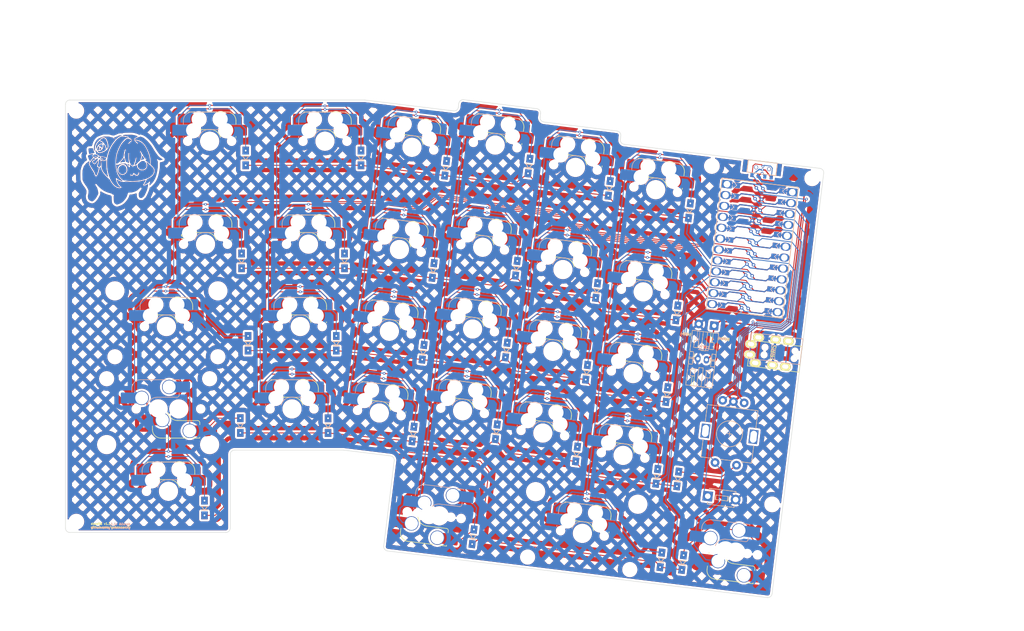
<source format=kicad_pcb>
(kicad_pcb (version 20240108) (generator "pcbnew") (generator_version "8.0")
  (layers (0 "F.Cu" signal) (31 "B.Cu" signal) (34 "B.Paste" user) (35 "F.Paste" user) (36 "B.SilkS" user "B.Silkscreen") (37 "F.SilkS" user "F.Silkscreen") (38 "B.Mask" user) (39 "F.Mask" user) (44 "Edge.Cuts" user))
  (net 0 "")
  (net 1 "Net-(D1-A)")
  (net 2 "R0")
  (net 3 "Net-(D2-A)")
  (net 4 "Net-(D3-A)")
  (net 5 "Net-(D4-A)")
  (net 6 "Net-(D5-A)")
  (net 7 "Net-(D6-A)")
  (net 8 "Net-(D7-A)")
  (net 9 "R1")
  (net 10 "Net-(D8-A)")
  (net 11 "Net-(D9-A)")
  (net 12 "Net-(D10-A)")
  (net 13 "Net-(D11-A)")
  (net 14 "Net-(D12-A)")
  (net 15 "R2")
  (net 16 "Net-(D13-A)")
  (net 17 "Net-(D15-A)")
  (net 18 "Net-(D16-A)")
  (net 19 "Net-(D17-A)")
  (net 20 "Net-(D18-A)")
  (net 21 "Net-(D19-A)")
  (net 22 "Net-(D14-A)")
  (net 23 "R3")
  (net 24 "Net-(D22-A)")
  (net 25 "Net-(D23-A)")
  (net 26 "Net-(D24-A)")
  (net 27 "Net-(D25-A)")
  (net 28 "Net-(D26-A)")
  (net 29 "Net-(D27-A)")
  (net 30 "R4")
  (net 31 "Net-(D28-A)")
  (net 32 "Net-(D21-A)")
  (net 33 "Net-(D29-A)")
  (net 34 "C0")
  (net 35 "C1")
  (net 36 "C2")
  (net 37 "C3")
  (net 38 "C4")
  (net 39 "C5")
  (net 40 "VCC")
  (net 43 "TX")
  (net 44 "GND")
  (net 45 "RST")
  (net 46 "RX")
  (net 47 "ENCA")
  (net 48 "ENCB")
  (net 49 "C6")
  (net 50 "/PSW")
  (net 51 "+BATT")
  (net 52 "unconnected-(SW34-C-Pad3)")
  (net 54 "SW32B")
  (footprint "GHN:Diode_SOD123" (layer "F.Cu") (at 139.417832 49.149172 83)
    (property "Reference" "D3" (hide yes))
    (property "Value" "D" (hide yes))
  )
  (footprint "MountingHole:MountingHole_3.2mm_M3" (layer "F.Cu") (at 53.989305 130.872007 -7)
    (property "Reference" "H4" (hide yes))
    (property "Value" "MountingHole" (hide yes))
  )
  (footprint "GHN:MX Rev 1U" (layer "F.Cu") (at 126.393539 86.835788 -7)
    (property "Reference" "SW15" (hide yes))
    (property "Value" "SW_Push_45deg")
  )
  (footprint "GHN:Diode_SOD123" (layer "F.Cu") (at 177.233838 53.792392 83)
    (property "Reference" "D5" (hide yes))
    (property "Value" "D" (hide yes))
  )
  (footprint "GHN:MX Rev 1U" (layer "F.Cu") (at 166.531154 72.571009 -7)
    (property "Reference" "SW11" (hide yes))
    (property "Value" "SW_Push_45deg")
  )
  (footprint "GHN:MX Rev 1U" (layer "F.Cu") (at 111.496811 42.884503)
    (property "Reference" "SW2" (hide yes))
    (property "Value" "SW_Push_45deg")
  )
  (footprint "GHN:MX Rev 1U" (layer "F.Cu") (at 164.209541 91.479013 -7)
    (property "Reference" "SW17" (hide yes))
    (property "Value" "SW_Push_45deg")
  )
  (footprint "GHN:MX Rev 1U" (layer "F.Cu") (at 187.992934 54.093809 -7)
    (property "Reference" "SW6" (hide yes))
    (property "Value" "SW_Push_45deg")
  )
  (footprint "MountingHole:MountingHole_3.2mm_M3" (layer "F.Cu") (at 200.983925 48.611154)
    (property "Reference" "H5" (hide yes))
    (property "Value" "MountingHole" (hide yes))
  )
  (footprint "GHN:Diode_SOD123" (layer "F.Cu") (at 83.636182 127.71653 90)
    (property "Reference" "D26" (hide yes))
    (property "Value" "D" (hide yes))
  )
  (footprint "PCM_marbastlib-mx:STAB_MX_2.25u" (layer "F.Cu") (at 171.035585 133.582227 173)
    (property "Reference" "S29" (hide yes))
    (property "Value" "MX_stab")
  )
  (footprint "GHN:MX Rev 2.25U" (layer "F.Cu") (at 171.035585 133.582227 -7)
    (property "Reference" "SW29" (hide yes))
    (property "Value" "SW_Push_45deg")
  )
  (footprint "PCM_marbastlib-mx:STAB_MX_2.25u" (layer "F.Cu") (at 72.920559 104.797004)
    (property "Reference" "SS19" (hide yes))
    (property "Value" "MX_stab" (hide yes))
  )
  (footprint "GHN:MX Rev 1U" (layer "F.Cu") (at 180.447694 115.544829 -7)
    (property "Reference" "SW25" (hide yes))
    (property "Value" "SW_Push_45deg")
  )
  (footprint "GHN:Diode_SOD123" (layer "F.Cu") (at 151.128844 110.08559 83)
    (property "Reference" "D23" (hide yes))
    (property "Value" "D" (hide yes))
  )
  (footprint "GHN:Diode_SOD123" (layer "F.Cu") (at 136.515815 72.784172 83)
    (property "Reference" "D9" (hide yes))
    (property "Value" "D" (hide yes))
  )
  (footprint "GHN:MX Rev 1.5U" (layer "F.Cu") (at 83.87431 66.697008)
    (property "Reference" "SW7")
    (property "Value" "SW_Push_45deg")
  )
  (footprint "MountingHole:MountingHole_3.2mm_M3" (layer "F.Cu") (at 224.183706 51.459727 -7)
    (property "Reference" "H1" (hide yes))
    (property "Value" "MountingHole" (hide yes))
  )
  (footprint "GHN:Diode_SOD123" (layer "F.Cu") (at 114.116178 89.616535 90)
    (property "Reference" "D14" (hide yes))
    (property "Value" "D" (hide yes))
  )
  (footprint "GHN:MX Rev 1U" (layer "F.Cu") (at 103.876808 104.797003)
    (property "Reference" "SW21" (hide yes))
    (property "Value" "SW_Push_45deg")
  )
  (footprint "GHN:Diode_SOD123" (layer "F.Cu") (at 112.211177 108.666534 90)
    (property "Reference" "D21" (hide yes))
    (property "Value" "D" (hide yes))
  )
  (footprint "GHN:Diode_SOD123" (layer "F.Cu") (at 91.926139 108.640681 90)
    (property "Reference" "D19" (hide yes))
    (property "Value" "D" (hide yes))
  )
  (footprint "GHN:Diode_SOD123" (layer "F.Cu") (at 192.891582 82.58521 83)
    (property "Reference" "D12" (hide yes))
    (property "Value" "D" (hide yes))
  )
  (footprint "GHN:MX Rev 1U" (layer "F.Cu") (at 128.715147 67.92778 -7)
    (property "Reference" "SW9" (hide yes))
    (property "Value" "SW_Push_45deg")
  )
  (footprint "GHN:Diode_SOD123" (layer "F.Cu") (at 174.331822 77.427396 83)
    (property "Reference" "D11" (hide yes))
    (property "Value" "D" (hide yes))
  )
  (footprint "GHN:Diode_SOD123" (layer "F.Cu") (at 92.208673 70.566539 90)
    (property "Reference" "D7" (hide yes))
    (property "Value" "D" (hide yes))
  )
  (footprint "GHN:Diode_SOD123" (layer "F.Cu") (at 134.194205 91.692178 83)
    (property "Reference" "D15" (hide yes))
    (property "Value" "D" (hide yes))
  )
  (footprint "GHN:MX Rev 1U" (layer "F.Cu") (at 161.887936 110.387017 -7)
    (property "Reference" "SW24" (hide yes))
    (property "Value" "SW_Push_45deg")
  )
  (footprint "GHN:Diode_SOD123" (layer "F.Cu") (at 93.712073 89.616537 90)
    (property "Reference" "D13" (hide yes))
    (property "Value" "D" (hide yes))
  )
  (footprint "GHN:Diode_SOD123" (layer "F.Cu") (at 131.872593 110.600185 83)
    (property "Reference" "D22" (hide yes))
    (property "Value" "D" (hide yes))
  )
  (footprint "GHN:MX 1.25U" (layer "F.Cu") (at 137.946575 129.519408 -7)
    (property "Reference" "SW27" (hide yes))
    (property "Value" "SW_Push_45deg")
  )
  (footprint "GHN:MX Rev 1U" (layer "F.Cu") (at 169.433169 48.936 -7)
    (property "Reference" "SW5" (hide yes))
    (property "Value" "SW_Push_45deg")
  )
  (footprint "GHN:Diode_SOD123" (layer "F.Cu") (at 158.674076 48.634573 83)
    (property "Reference" "D4" (hide yes))
    (property "Value" "D" (hide yes))
  )
  (footprint "GHN:MJ-4PP-9" (layer "F.Cu") (at 221.495611 93.32783 -97)
    (property "Reference" "J1")
    (property "Value" "MJ-4PP-9" (hide yes))
  )
  (footprint "GHN:Diode_SOD123" (layer "F.Cu") (at 116.021179 70.566535 90)
    (property "Reference" "D8" (hide yes))
    (property "Value" "D" (hide yes))
  )
  (footprint "GHN:MX Rev 1U" (layer "F.Cu") (at 124.071924 105.743794 -7)
    (property "Reference" "SW22" (hide yes))
    (property "Value" "SW_Push_45deg")
  )
  (footprint "PCM_marbastlib-mx:STAB_MX_2.25u" (layer "F.Cu") (at 74.82556 85.747003 180)
    (property "Reference" "S13" (hide yes))
    (property "Value" "MX_stab" (hide yes))
  )
  (footprint "GHN:MX Rev 1U" (layer "F.Cu") (at 147.971385 67.413196 -7)
    (property "Reference" "SW10" (hide yes))
    (property "Value" "SW_Push_45deg")
  )
  (footprint "GHN:MX Rev 1U" (layer "F.Cu") (at 145.649782 86.321196 -7)
    (property "Reference" "SW16" (hide yes))
    (property "Value" "SW_Push_45deg")
  )
  (footprint "GHN:MX Rev 1U" (layer "F.Cu") (at 105.781812 85.747003)
    (property "Reference" "SW14" (hide yes))
    (property "Value" "SW_Push_45deg")
  )
  (footprint "GHN:Diode_SOD123" (layer "F.Cu") (at 188.248361 120.401218 83)
    (property "Reference" "D25" (hide yes))
    (property "Value" "D" (hide yes))
  )
  (footprint "GHN:MX Rev 1U" (layer "F.Cu") (at 74.82556 85.747003)
    (property "Reference" "SW13" (hide yes))
    (property "Value" "SW_Push_45deg")
  )
  (footprint "GHN:MX Rev 1U" (layer "F.Cu") (at 84.826803 42.884509)
    (property "Reference" "SW1" (hide yes))
    (property "Value" "SW_Push_45deg")
  )
  (footprint "GHN:MX Rev 1U" (layer "F.Cu") (at 185.090917 77.728818 -7)
    (property "Reference" "SW12" (hide yes))
    (property "Value" "SW_Push_45deg")
  )
  (footprint "GHN:Diode_SOD123" (layer "F.Cu") (at 145.747244 134.375797 83)
    (property "Reference" "D27" (hide yes))
    (property "Value" "D" (hide yes))
  )
  (footprint "GHN:Diode_SOD123" (layer "F.Cu") (at 172.010211 96.3354 83)
    (property "Reference" "D17" (hide yes))
    (property "Value" "D" (hide yes))
  )
  (footprint "GHN:MX 2.25U" (layer "F.Cu") (at 72.920559 104.797004)
    (property "Reference" "SW19" (hide yes))
    (property "Value" "SW_Push_45deg" (hide yes))
  )
  (footprint "GHN:Diode_SOD123" (layer "F.Cu") (at 189.214242 139.71287 83)
    (property "Reference" "D28" (hide yes))
    (property "Value" "D" (hide yes))
  )
  (footprint "GHN:Diode_SOD123" (layer "F.Cu") (at 169.688602 115.243406 83)
    (property "Reference" "D24" (hide yes))
    (property "Value" "D" (hide yes))
  )
  (footprint "GHN:RotaryEncoder_Alps_EC11E-Switch_Vertical_H20mm-keebio_modified" (layer "F.Cu") (at 205.051561 110.556097 -97)
    (property "Reference" "SW33" (hide yes))
    (property "Value" "RotaryEncoder_Switch")
  )
  (footprint "MountingHole:MountingHole_3.2mm_M3" (layer "F.Cu") (at 214.923157 126.880827 -7)
    (property "Reference" "H2" (hide yes))
    (property "Value" "MountingHole" (hide yes))
  )
  (footprint "GHN:MX Rev 1U" (layer "F.Cu") (at 131.617161 44.292777 -7)
    (property "Reference" "SW3" (hide yes))
    (property "Value" "SW_Push_45deg")
  )
  (footprint "GHN:Diode_SOD123" (layer "F.Cu") (at 194.236687 140.329547 83)
    (property "Reference" "D29" (hide yes))
    (property "Value" "D" (hide yes))
  )
  (footprint "GHN:MX Rev 1U" (layer "F.Cu") (at 182.769308 96.636822 -7)
    (property "Reference" "SW18" (hide yes))
    (property "Value" "SW_Push_45deg")
  )
  (footprint "GHN:MX 1.25U" (layer "F.Cu") (at 204.124587 137.645044 -7)
    (property "Reference" "SW30" (hide yes))
    (property "Value" "SW_Push_45deg")
  )
  (footprint "GHN:ProMicro_facedown_bigger_holes" (layer "F.Cu") (at 210.323358 67.61535 -97)
    (property "Reference" "U1" (hide yes))
    (property "Value" "ProMicro")
  )
  (footprint "GHN:Diode_SOD123" (layer "F.Cu") (at 195.7936 58.950198 83)
    (property "Reference" "D6" (hide yes))
    (property "Value" "D" (hide yes))
  )
  (footprint "GHN:MX Rev 1.5U" (layer "F.Cu") (at 75.30181 123.847005)
    (property "Reference" "SW26" (hide yes))
    (property "Value" "SW_Push_45deg")
  )
  (footprint "GHN:Diode_SOD123" (layer "F.Cu") (at 193.108321 120.997947 83)
    (property "Reference" "D32" (hide yes))
    (property "Value" "D" (hide yes))
  )
  (footprint "MountingHole:MountingHole_3.2mm_M3" (layer "F.Cu") (at 53.989302 35.859509 -7)
    (property "Reference" "H3" (hide yes))
    (property "Value" "MountingHole" (hide yes))
  )
  (footprint "GHN:MSK12C02_reversible" (layer "F.Cu") (at 216.598453 48.231034 -97)
    (property "Reference" "SW34" (hide yes))
    (property "Value" "SW_SPDT" (hide yes))
  )
  (footprint "GHN:Diode_SOD123" (layer "F.Cu") (at 155.77206 72.269583 83)
    (property "Reference" "D10" (hide yes))
    (property "Value" "D" (hide yes))
  )
  (footprint "GHN:Diode_SOD123" (layer "F.Cu") (at 119.83118 46.754032 90)
    (property "Reference" "D2" (hide yes))
    (property "Value" "D" (hide yes))
  )
  (footprint "GHN:MX Rev 1U" (layer "F.Cu") (at 150.873407 43.778187 -7)
    (property "Reference" "SW4" (hide yes))
    (property "Value" "SW_Push_45deg")
  )
  (footprint "GHN:Diode_SOD123" (layer "F.Cu") (at 93.161173 46.754039 90)
    (property "Reference" "D1" (hide yes))
    (property "Value" "D" (hide yes))
  )
  (footprint "GHN:Diode_SOD123" (layer "F.Cu") (at 153.450454 91.177592 83)
    (property "Reference" "D16" (hide yes))
    (property "Value" "D" (hide yes))
  )
  (footprint "GHN:MX Rev 1U" (layer "F.Cu") (at 143.328169 105.229205 -7)
    (property "Reference" "SW23" (hide yes))
    (property "Value" "SW_Push_45deg")
  )
  (footprint "GHN:doro" (layer "F.Cu") (at 67.016483 48.531335)
    (property "Reference" "G***" (hide yes))
    (property "Value" "LOGO" (hide yes))
  )
  (footprint "GHN:MX Rev 1U" (layer "F.Cu") (at 107.686811 66.697006)
    (property "Reference" "SW8" (hide yes))
    (property "Value" "SW_Push_45deg")
  )
  (footprint "GHN:Diode_SOD123" (layer "F.Cu") (at 190.569978 101.493211 83)
    (property "Reference" "D18" (hide yes))
    (property "Value" "D" (hide yes))
  )
  (footprint "GHN:MX 1U" (layer "B.Cu") (at 206.488088 137.93525 -7)
    (property "Reference" "SW31" (hide yes))
    (property "Value" "SW_Push_45deg")
  )
  (footprint "GHN:MX 1.75U" (layer "B.Cu") (at 77.683058 104.797005)
    (property "Reference" "SW20" (hide yes))
    (property "Value" "SW_Push_45deg")
  )
  (footprint "GHN:MX 1U" (layer "B.Cu") (at 135.583081 129.229208 -7)
    (property "Reference" "SW28" (hide yes))
    (property "Value" "SW_Push_45deg")
  )
  (footprint "GHN:JST_PH_reversible_vert" (layer "B.Cu") (at 199.731532 93.419974 173)
    (property "Reference" "BT1")
    (property "Value" "Battery_Cell")
  )
  (footprint "GHN:custombatteryconnector_small" (layer "B.Cu") (at 199.735851 85.360426 173)
    (property "Reference" "BT2" (hide yes))
    (property "Value" "Battery_Cell" (hide yes))
  )
  (footprint "ScottoKeebs_Components:Button_MJTP1243" (layer "B.Cu") (at 200.024901 124.977411 -7)
    (property "Reference" "RST1" (hide yes))
    (property "Value" "SW_Push_45deg" (hide yes))
  )
  (gr_arc (start 180.692232 43.600872) (mid 180.023508 43.220677) (end 179.82262 42.478135) (stroke (width 0.1)) (layer "Edge.Cuts"))
  (gr_line (start 89.589303 132.372009) (end 89.589303 115.322009) (stroke (width 0.1)) (layer "Edge.Cuts"))
  (gr_arc (start 214.903155 147.557479) (mid 214.526268 148.223625) (end 213.788733 148.42816) (stroke (width 0.1)) (layer "Edge.Cuts"))
  (gr_arc (start 126.645564 115.656331) (mid 127.311681 116.033217) (end 127.516244 116.770747) (stroke (width 0.1)) (layer "Edge.Cuts"))
  (gr_line (start 127.516244 116.770747) (end 125.090133 136.529836) (stroke (width 0.1)) (layer "Edge.Cuts"))
  (gr_line (start 214.903155 147.557479) (end 221.007003 97.845636) (stroke (width 0.1)) (layer "Edge.Cuts"))
  (gr_line (start 51.489303 34.359509) (end 51.489303 132.372009) (stroke (width 0.1)) (layer "Edge.Cuts"))
  (gr_circle (center 200.983931 48.611152) (end 202.083931 48.611154) (stroke (width 0.1)) (fill none) (layer "Edge.Cuts"))
  (gr_arc (start 89.589303 115.322009) (mid 89.882196 114.614902) (end 90.589303 114.322008) (stroke (width 0.1)) (layer "Edge.Cuts"))
  (gr_arc (start 125.960832 137.644279) (mid 125.294673 137.267386) (end 125.090133 136.529836) (stroke (width 0.1)) (layer "Edge.Cuts"))
  (gr_arc (start 179.055475 40.520944) (mid 179.718601 40.89398) (end 179.927292 41.625639) (stroke (width 0.1)) (layer "Edge.Cuts"))
  (gr_line (start 52.489303 133.372008) (end 88.589303 133.372008) (stroke (width 0.1)) (layer "Edge.Cuts"))
  (gr_line (start 179.055475 40.520944) (end 162.132532 38.443068) (stroke (width 0.1)) (layer "Edge.Cuts"))
  (gr_line (start 161.261843 37.328636) (end 161.261837 37.328637) (stroke (width 0.1)) (layer "Edge.Cuts"))
  (gr_arc (start 142.353827 35.007073) (mid 141.974941 35.674768) (end 141.234378 35.877098) (stroke (width 0.1)) (layer "Edge.Cuts"))
  (gr_line (start 179.82262 42.478135) (end 179.927292 41.625639) (stroke (width 0.1)) (layer "Edge.Cuts"))
  (gr_circle (center 224.183705 51.459728) (end 225.283704 51.459728) (stroke (width 0.1)) (fill none) (layer "Edge.Cuts"))
  (gr_line (start 161.261837 37.328637) (end 161.366338 36.477541) (stroke (width 0.1)) (layer "Edge.Cuts"))
  (gr_line (start 141.234378 35.877098) (end 120.791021 33.366967) (stroke (width 0.1)) (layer "Edge.Cuts"))
  (gr_arc (start 89.589303 132.372009) (mid 89.296409 133.079115) (end 88.589303 133.372008) (stroke (width 0.1)) (layer "Edge.Cuts"))
  (gr_arc (start 51.489303 34.359509) (mid 51.782196 33.652402) (end 52.489303 33.359509) (stroke (width 0.1)) (layer "Edge.Cuts"))
  (gr_line (start 213.788733 148.42816) (end 213.78873 148.428186) (stroke (width 0.1)) (layer "Edge.Cuts"))
  (gr_arc (start 162.132532 38.443068) (mid 161.466381 38.066178) (end 161.261843 37.328636) (stroke (width 0.1)) (layer "Edge.Cuts"))
  (gr_line (start 221.007003 97.845636) (end 222.116016 88.813468) (stroke (width 0.1)) (layer "Edge.Cuts"))
  (gr_line (start 222.116016 88.813468) (end 226.847874 50.275581) (stroke (width 0.1)) (layer "Edge.Cuts"))
  (gr_circle (center 53.989303 130.872009) (end 55.089303 130.872009) (stroke (width 0.1)) (fill none) (layer "Edge.Cuts"))
  (gr_line (start 142.458333 34.155936) (end 142.353827 35.007073) (stroke (width 0.1)) (layer "Edge.Cuts"))
  (gr_line (start 115.842321 114.329859) (end 126.645564 115.656331) (stroke (width 0.1)) (layer "Edge.Cuts"))
  (gr_arc (start 120.669103 33.359509) (mid 120.730176 33.361375) (end 120.791021 33.366967) (stroke (width 0.1)) (layer "Edge.Cuts"))
  (gr_arc (start 115.717103 114.322009) (mid 115.779835 114.323974) (end 115.842321 114.329859) (stroke (width 0.1)) (layer "Edge.Cuts"))
  (gr_arc (start 142.458333 34.155936) (mid 142.832866 33.491628) (end 143.566819 33.284524) (stroke (width 0.1)) (layer "Edge.Cuts"))
  (gr_arc (start 160.495665 35.363125) (mid 161.161784 35.740011) (end 161.366338 36.477541) (stroke (width 0.1)) (layer "Edge.Cuts"))
  (gr_line (start 120.669103 33.359509) (end 52.489303 33.359509) (stroke (width 0.1)) (layer "Edge.Cuts"))
  (gr_circle (center 84.826803 42.884509) (end 85.326804 42.884509) (stroke (width 0.1)) (fill none) (layer "Edge.Cuts"))
  (gr_line (start 125.960832 137.644279) (end 213.78873 148.428186) (stroke (width 0.1)) (layer "Edge.Cuts"))
  (gr_line (start 225.977173 49.161163) (end 180.692232 43.600872) (stroke (width 0.1)) (layer "Edge.Cuts"))
  (gr_line (start 90.589303 114.322008) (end 115.717103 114.322009) (stroke (width 0.1)) (layer "Edge.Cuts"))
  (gr_circle (center 53.989303 35.859509) (end 55.089303 35.859509) (stroke (width 0.1)) (fill none) (layer "Edge.Cuts"))
  (gr_arc (start 52.489303 133.372008) (mid 51.782197 133.079115) (end 51.489303 132.372009) (stroke (width 0.1)) (layer "Edge.Cuts"))
  (gr_circle (center 214.923154 126.880828) (end 216.023154 126.880828) (stroke (width 0.1)) (fill none) (layer "Edge.Cuts"))
  (gr_line (start 160.495665 35.363125) (end 143.566819 33.284524) (stroke (width 0.1)) (layer "Edge.Cuts"))
  (gr_arc (start 225.977173 49.161163) (mid 226.643314 49.538048) (end 226.847874 50.275581) (stroke (width 0.1)) (layer "Edge.Cuts"))
  (gr_text "doro56 v1.1\ngithub.com/gehennaxxiv" (at 66.562526 132.534764 0) (layer "B.SilkS") (effects (font (size 0.5 0.5) (thickness 0.125) (bold yes)) (justify left bottom mirror)))
  (gr_text "-(Blk)" (at 196.194143 87.948089 -7) (layer "B.SilkS") (effects (font (size 0.5 0.5) (thickness 0.125) (bold yes)) (justify left bottom mirror)))
  (gr_text "+(Red)" (at 205.127058 89.044913 -7) (layer "B.SilkS") (effects (font (size 0.5 0.5) (thickness 0.125) (bold yes)) (justify left bottom mirror)))
  (gr_text "-(Blk)" (at 193.617062 87.6024 -7) (layer "F.SilkS") (effects (font (size 0.5 0.5) (thickness 0.125) (bold yes)) (justify left bottom)))
  (gr_text "doro56 v1.1\ngithub.com/gehennaxxiv" (at 57.284858 132.464907 0) (layer "F.SilkS") (effects (font (size 0.5 0.5) (thickness 0.125) (bold yes)) (justify left bottom)))
  (gr_text "+(Red)" (at 202.347929 88.703679 -7) (layer "F.SilkS") (effects (font (size 0.5 0.5) (thickness 0.125) (bold yes)) (justify left bottom)))
  (segment (start 79.529466 35.382648) (end 78.736807 36.175299) (width 0.2) (layer "F.Cu") (net 1))
  (segment (start 84.826813 35.382649) (end 79.529466 35.382648) (width 0.2) (layer "F.Cu") (net 1))
  (segment (start 78.736807 36.175299) (end 78.736814 37.804505) (width 0.2) (layer "F.Cu") (net 1))
  (via (at 84.826813 35.382649) (size 0.6) (drill 0.3) (layers "F.Cu" "B.Cu") (net 1))
  (segment (start 93.161175 40.048873) (end 93.16118 45.054037) (width 0.2) (layer "B.Cu") (net 1))
  (segment (start 90.91681 37.804506) (end 93.161175 40.048873) (width 0.2) (layer "B.Cu") (net 1))
  (segment (start 84.826813 35.382649) (end 90.124155 35.382641) (width 0.2) (layer "B.Cu") (net 1))
  (segment (start 90.916814 36.175295) (end 90.91681 37.804506) (width 0.2) (layer "B.Cu") (net 1))
  (segment (start 90.124155 35.382641) (end 90.916814 36.175295) (width 0.2) (layer "B.Cu") (net 1))
  (segment (start 195.586425 60.637532) (end 179.514623 58.66416) (width 0.2) (layer "F.Cu") (net 2))
  (segment (start 158.466898 50.321909) (end 158.493448 50.325162) (width 0.2) (layer "F.Cu") (net 2))
  (segment (start 160.981405 53.509613) (end 177.026663 55.479718) (width 0.2) (layer "F.Cu") (net 2))
  (segment (start 93.161182 48.454036) (end 119.83118 48.454034) (width 0.2) (layer "F.Cu") (net 2))
  (segment (start 139.208088 50.833222) (end 139.210651 50.836497) (width 0.2) (layer "F.Cu") (net 2))
  (segment (start 155.282458 52.809868) (end 158.466898 50.321909) (width 0.2) (layer "F.Cu") (net 2))
  (segment (start 139.210651 50.836497) (end 155.282458 52.809868) (width 0.2) (layer "F.Cu") (net 2))
  (segment (start 179.514623 58.66416) (end 177.026663 55.479718) (width 0.2) (layer "F.Cu") (net 2))
  (segment (start 119.831175 48.454038) (end 139.208088 50.833222) (width 0.2) (layer "F.Cu") (net 2))
  (segment (start 158.493448 50.325162) (end 160.981405 53.509613) (width 0.2) (layer "F.Cu") (net 2))
  (segment (start 195.140631 64.26821) (end 200.840883 71.564195) (width 0.2) (layer "B.Cu") (net 2))
  (segment (start 200.840883 71.564195) (end 207.692939 72.405523) (width 0.2) (layer "B.Cu") (net 2))
  (segment (start 195.58642 60.637533) (end 195.140631 64.26821) (width 0.2) (layer "B.Cu") (net 2))
  (segment (start 207.692939 72.405523) (end 209.102713 71.304087) (width 0.2) (layer "B.Cu") (net 2))
  (segment (start 105.406807 36.175295) (end 105.406814 37.804505) (width 0.2) (layer "F.Cu") (net 3))
  (segment (start 106.050631 35.531477) (end 105.406807 36.175295) (width 0.2) (layer "F.Cu") (net 3))
  (segment (start 111.49681 35.531467) (end 106.050631 35.531477) (width 0.2) (layer "F.Cu") (net 3))
  (via (at 111.49681 35.531467) (size 0.6) (drill 0.3) (layers "F.Cu" "B.Cu") (net 3))
  (segment (start 117.586806 36.175299) (end 117.586809 37.80451) (width 0.2) (layer "B.Cu") (net 3))
  (segment (start 119.831172 40.048873) (end 119.831182 45.054034) (width 0.2) (layer "B.Cu") (net 3))
  (segment (start 116.942985 35.531476) (end 117.586806 36.175299) (width 0.2) (layer "B.Cu") (net 3))
  (segment (start 117.586809 37.80451) (end 119.831172 40.048873) (width 0.2) (layer "B.Cu") (net 3))
  (segment (start 111.49681 35.531467) (end 116.942985 35.531476) (width 0.2) (layer "B.Cu") (net 3))
  (segment (start 126.390208 36.891397) (end 126.191649 38.508455) (width 0.2) (layer "F.Cu") (net 4))
  (segment (start 127.179725 36.274558) (end 126.390208 36.891397) (width 0.2) (layer "F.Cu") (net 4))
  (segment (start 132.521144 36.930403) (end 127.179725 36.274558) (width 0.2) (layer "F.Cu") (net 4))
  (via (at 132.521144 36.930403) (size 0.6) (drill 0.3) (layers "F.Cu" "B.Cu") (net 4))
  (segment (start 132.521144 36.930403) (end 137.862577 37.586244) (width 0.2) (layer "B.Cu") (net 4))
  (segment (start 138.479415 38.375763) (end 138.280858 39.992826) (width 0.2) (layer "B.Cu") (net 4))
  (segment (start 137.862577 37.586244) (end 138.479415 38.375763) (width 0.2) (layer "B.Cu") (net 4))
  (segment (start 140.234976 42.493984) (end 139.625008 47.461839) (width 0.2) (layer "B.Cu") (net 4))
  (segment (start 138.280858 39.992826) (end 140.234976 42.493984) (width 0.2) (layer "B.Cu") (net 4))
  (segment (start 146.402801 35.785884) (end 145.646448 36.376804) (width 0.2) (layer "F.Cu") (net 5))
  (segment (start 145.646448 36.376804) (end 145.447896 37.993864) (width 0.2) (layer "F.Cu") (net 5))
  (segment (start 151.773765 36.445358) (end 146.402801 35.785884) (width 0.2) (layer "F.Cu") (net 5))
  (via (at 151.773765 36.445358) (size 0.6) (drill 0.3) (layers "F.Cu" "B.Cu") (net 5))
  (segment (start 151.773765 36.445358) (end 157.144739 37.104829) (width 0.2) (layer "B.Cu") (net 5))
  (segment (start 157.735662 37.861178) (end 157.537105 39.478241) (width 0.2) (layer "B.Cu") (net 5))
  (segment (start 159.491233 41.979401) (end 158.881252 46.947254) (width 0.2) (layer "B.Cu") (net 5))
  (segment (start 157.537105 39.478241) (end 159.491233 41.979401) (width 0.2) (layer "B.Cu") (net 5))
  (segment (start 157.144739 37.104829) (end 157.735662 37.861178) (width 0.2) (layer "B.Cu") (net 5))
  (segment (start 164.995725 40.917777) (end 164.206213 41.534617) (width 0.2) (layer "F.Cu") (net 6))
  (segment (start 170.334831 41.57334) (end 164.995725 40.917777) (width 0.2) (layer "F.Cu") (net 6))
  (segment (start 164.206213 41.534617) (end 164.007663 43.151683) (width 0.2) (layer "F.Cu") (net 6))
  (via (at 170.334831 41.57334) (size 0.6) (drill 0.3) (layers "F.Cu" "B.Cu") (net 6))
  (segment (start 175.678582 42.229472) (end 176.295423 43.01899) (width 0.2) (layer "B.Cu") (net 6))
  (segment (start 176.295423 43.01899) (end 176.096876 44.636049) (width 0.2) (layer "B.Cu") (net 6))
  (segment (start 178.050989 47.137211) (end 177.441015 52.105064) (width 0.2) (layer "B.Cu") (net 6))
  (segment (start 176.096876 44.636049) (end 178.050989 47.137211) (width 0.2) (layer "B.Cu") (net 6))
  (segment (start 170.334831 41.57334) (end 175.678582 42.229472) (width 0.2) (layer "B.Cu") (net 6))
  (segment (start 188.900549 46.70189) (end 183.588667 46.049673) (width 0.2) (layer "F.Cu") (net 7))
  (segment (start 183.588667 46.049673) (end 182.765969 46.692432) (width 0.2) (layer "F.Cu") (net 7))
  (segment (start 182.765969 46.692432) (end 182.567418 48.309495) (width 0.2) (layer "F.Cu") (net 7))
  (via (at 188.900549 46.70189) (size 0.6) (drill 0.3) (layers "F.Cu" "B.Cu") (net 7))
  (segment (start 196.610753 52.29502) (end 196.00078 57.262874) (width 0.2) (layer "B.Cu") (net 7))
  (segment (start 188.900549 46.70189) (end 194.212425 47.354105) (width 0.2) (layer "B.Cu") (net 7))
  (segment (start 194.656634 49.793863) (end 196.610753 52.29502) (width 0.2) (layer "B.Cu") (net 7))
  (segment (start 194.855182 48.176803) (end 194.656634 49.793863) (width 0.2) (layer "B.Cu") (net 7))
  (segment (start 194.212425 47.354105) (end 194.855182 48.176803) (width 0.2) (layer "B.Cu") (net 7))
  (segment (start 83.874305 58.66029) (end 79.111811 58.660297) (width 0.2) (layer "F.Cu") (net 8))
  (segment (start 79.111811 58.660297) (end 77.784315 59.987795) (width 0.2) (layer "F.Cu") (net 8))
  (segment (start 77.784315 59.987795) (end 77.784307 61.617001) (width 0.2) (layer "F.Cu") (net 8))
  (via (at 83.874305 58.66029) (size 0.6) (drill 0.3) (layers "F.Cu" "B.Cu") (net 8))
  (segment (start 88.636808 58.660294) (end 83.874305 58.66029) (width 0.2) (layer "B.Cu") (net 8))
  (segment (start 92.208681 68.866533) (end 92.208679 63.861376) (width 0.2) (layer "B.Cu") (net 8))
  (segment (start 89.964314 59.987794) (end 88.636808 58.660294) (width 0.2) (layer "B.Cu") (net 8))
  (segment (start 89.96431 61.617006) (end 89.964314 59.987794) (width 0.2) (layer "B.Cu") (net 8))
  (segment (start 92.208679 63.861376) (end 89.96431 61.617006) (width 0.2) (layer "B.Cu") (net 8))
  (segment (start 158.052842 77.141359) (end 174.124648 79.114728) (width 0.2) (layer "F.Cu") (net 9))
  (segment (start 92.208679 72.266531) (end 116.021179 72.266533) (width 0.2) (layer "F.Cu") (net 9))
  (segment (start 136.308637 74.471497) (end 116.021179 72.266533) (width 0.2) (layer "F.Cu") (net 9))
  (segment (start 155.56488 73.956912) (end 158.052842 77.141359) (width 0.2) (layer "F.Cu") (net 9))
  (segment (start 136.308637 74.471497) (end 152.380441 76.444874) (width 0.2) (layer "F.Cu") (net 9))
  (segment (start 192.684408 84.272536) (end 176.612606 82.299166) (width 0.2) (layer "F.Cu") (net 9))
  (segment (start 152.380441 76.444874) (end 155.56488 73.956912) (width 0.2) (layer "F.Cu") (net 9))
  (segment (start 176.612606 82.299166) (end 174.124648 79.114728) (width 0.2) (layer "F.Cu") (net 9))
  (segment (start 194.342966 82.976721) (end 194.895113 78.479859) (width 0.2) (layer "B.Cu") (net 9))
  (segment (start 192.68441 84.272536) (end 194.342966 82.976721) (width 0.2) (layer "B.Cu") (net 9))
  (segment (start 207.394445 74.917951) (end 208.793166 73.825152) (width 0.2) (layer "B.Cu") (net 9))
  (segment (start 194.895113 78.479859) (end 200.532542 74.075417) (width 0.2) (layer "B.Cu") (net 9))
  (segment (start 200.532542 74.075417) (end 207.394445 74.917951) (width 0.2) (layer "B.Cu") (net 9))
  (segment (start 102.924314 58.660291) (end 101.596812 59.987794) (width 0.2) (layer "F.Cu") (net 10))
  (segment (start 107.686812 58.660291) (end 102.924314 58.660291) (width 0.2) (layer "F.Cu") (net 10))
  (segment (start 101.596812 59.987794) (end 101.596814 61.617006) (width 0.2) (layer "F.Cu") (net 10))
  (via (at 107.686812 58.660291) (size 0.6) (drill 0.3) (layers "F.Cu" "B.Cu") (net 10))
  (segment (start 116.021175 68.866531) (end 116.021175 63.861377) (width 0.2) (layer "B.Cu") (net 10))
  (segment (start 113.776808 59.987792) (end 112.449303 58.660294) (width 0.2) (layer "B.Cu") (net 10))
  (segment (start 116.021175 63.861377) (end 113.776814 61.617009) (width 0.2) (layer "B.Cu") (net 10))
  (segment (start 113.776814 61.617009) (end 113.776808 59.987792) (width 0.2) (layer "B.Cu") (net 10))
  (segment (start 112.449303 58.660294) (end 107.686812 58.660291) (width 0.2) (layer "B.Cu") (net 10))
  (segment (start 124.967573 59.370572) (end 123.488183 60.526403) (width 0.2) (layer "F.Cu") (net 11))
  (segment (start 123.488183 60.526403) (end 123.289639 62.143468) (width 0.2) (layer "F.Cu") (net 11))
  (segment (start 129.694577 59.950976) (end 124.967573 59.370572) (width 0.2) (layer "F.Cu") (net 11))
  (via (at 129.694577 59.950976) (size 0.6) (drill 0.3) (layers "F.Cu" "B.Cu") (net 11))
  (segment (start 137.332968 66.128992) (end 135.378847 63.627832) (width 0.2) (layer "B.Cu") (net 11))
  (segment (start 135.577399 62.010769) (end 134.421577 60.53138) (width 0.2) (layer "B.Cu") (net 11))
  (segment (start 136.722997 71.09685) (end 137.332968 66.128992) (width 0.2) (layer "B.Cu") (net 11))
  (segment (start 134.421577 60.53138) (end 129.694577 59.950976) (width 0.2) (layer "B.Cu") (net 11))
  (segment (start 135.378847 63.627832) (end 135.577399 62.010769) (width 0.2) (layer "B.Cu") (net 11))
  (segment (start 142.74443 60.011805) (end 142.54588 61.628878) (width 0.2) (layer "F.Cu") (net 12))
  (segment (start 148.950825 59.43639) (end 144.223827 58.855985) (width 0.2) (layer "F.Cu") (net 12))
  (segment (start 144.223827 58.855985) (end 142.74443 60.011805) (width 0.2) (layer "F.Cu") (net 12))
  (via (at 148.950825 59.43639) (size 0.6) (drill 0.3) (layers "F.Cu" "B.Cu") (net 12))
  (segment (start 156.589217 65.614402) (end 154.635093 63.113246) (width 0.2) (layer "B.Cu") (net 12))
  (segment (start 155.979237 70.582262) (end 156.589217 65.614402) (width 0.2) (layer "B.Cu") (net 12))
  (segment (start 154.635093 63.113246) (end 154.833648 61.496177) (width 0.2) (layer "B.Cu") (net 12))
  (segment (start 154.833648 61.496177) (end 153.67782 60.016795) (width 0.2) (layer "B.Cu") (net 12))
  (segment (start 153.67782 60.016795) (end 148.950825 59.43639) (width 0.2) (layer "B.Cu") (net 12))
  (segment (start 167.51059 64.594196) (end 162.783594 64.013795) (width 0.2) (layer "F.Cu") (net 13))
  (segment (start 162.783594 64.013795) (end 161.3042 65.169626) (width 0.2) (layer "F.Cu") (net 13))
  (segment (start 161.3042 65.169626) (end 161.105647 66.786687) (width 0.2) (layer "F.Cu") (net 13))
  (via (at 167.51059 64.594196) (size 0.6) (drill 0.3) (layers "F.Cu" "B.Cu") (net 13))
  (segment (start 174.538997 75.740066) (end 175.148976 70.772215) (width 0.2) (layer "B.Cu") (net 13))
  (segment (start 175.148976 70.772215) (end 173.194859 68.27106) (width 0.2) (layer "B.Cu") (net 13))
  (segment (start 172.237583 65.174603) (end 167.51059 64.594196) (width 0.2) (layer "B.Cu") (net 13))
  (segment (start 173.194859 68.27106) (end 173.393404 66.653994) (width 0.2) (layer "B.Cu") (net 13))
  (segment (start 173.393404 66.653994) (end 172.237583 65.174603) (width 0.2) (layer "B.Cu") (net 13))
  (segment (start 179.863961 70.327436) (end 179.66541 71.944506) (width 0.2) (layer "F.Cu") (net 14))
  (segment (start 181.343351 69.171606) (end 179.863961 70.327436) (width 0.2) (layer "F.Cu") (net 14))
  (segment (start 186.070349 69.752009) (end 181.343351 69.171606) (width 0.2) (layer "F.Cu") (net 14))
  (via (at 186.070349 69.752009) (size 0.6) (drill 0.3) (layers "F.Cu" "B.Cu") (net 14))
  (segment (start 193.708738 75.930024) (end 191.754618 73.428865) (width 0.2) (layer "B.Cu") (net 14))
  (segment (start 191.754618 73.428865) (end 191.953173 71.811805) (width 0.2) (layer "B.Cu") (net 14))
  (segment (start 193.098763 80.897876) (end 193.708738 75.930024) (width 0.2) (layer "B.Cu") (net 14))
  (segment (start 190.797343 70.332412) (end 186.070349 69.752009) (width 0.2) (layer "B.Cu") (net 14))
  (segment (start 191.953173 71.811805) (end 190.797343 70.332412) (width 0.2) (layer "B.Cu") (net 14))
  (segment (start 174.290995 101.207169) (end 171.803032 98.022726) (width 0.2) (layer "F.Cu") (net 15))
  (segment (start 190.362798 103.18054) (end 174.290995 101.207169) (width 0.2) (layer "F.Cu") (net 15))
  (segment (start 133.987025 93.379505) (end 114.116174 91.316538) (width 0.2) (layer "F.Cu") (net 15))
  (segment (start 133.987025 93.379505) (end 150.058832 95.352877) (width 0.2) (layer "F.Cu") (net 15))
  (segment (start 155.731231 96.049357) (end 153.243272 92.864912) (width 0.2) (layer "F.Cu") (net 15))
  (segment (start 171.803032 98.022726) (end 155.731231 96.049357) (width 0.2) (layer "F.Cu") (net 15))
  (segment (start 93.712068 91.316536) (end 114.116174 91.316538) (width 0.2) (layer "F.Cu") (net 15))
  (segment (start 150.058832 95.352877) (end 153.243272 92.864912) (width 0.2) (layer "F.Cu") (net 15))
  (segment (start 192.467129 101.53646) (end 195.032547 80.642801) (width 0.2) (layer "B.Cu") (net 15))
  (segment (start 200.194554 76.6098) (end 207.066308 77.453546) (width 0.2) (layer "B.Cu") (net 15))
  (segment (start 190.362792 103.180541) (end 192.467129 101.53646) (width 0.2) (layer "B.Cu") (net 15))
  (segment (start 207.066308 77.453546) (end 208.483617 76.34622) (width 0.2) (layer "B.Cu") (net 15))
  (segment (start 195.032547 80.642801) (end 200.194554 76.6098) (width 0.2) (layer "B.Cu") (net 15))
  (segment (start 74.651714 77.547195) (end 71.855367 77.547195) (width 0.2) (layer "F.Cu") (net 16))
  (segment (start 71.855367 77.547195) (end 68.73556 80.667003) (width 0.2) (layer "F.Cu") (net 16))
  (via (at 74.651714 77.547195) (size 0.6) (drill 0.3) (layers "F.Cu" "B.Cu") (net 16))
  (segment (start 80.91556 80.667002) (end 80.91556 80.611041) (width 0.2) (layer "B.Cu") (net 16))
  (segment (start 80.91556 80.611041) (end 77.851713 77.547195) (width 0.2) (layer "B.Cu") (net 16))
  (segment (start 88.165095 87.916537) (end 80.91556 80.667002) (width 0.2) (layer "B.Cu") (net 16))
  (segment (start 77.851713 77.547195) (end 74.651714 77.547195) (width 0.2) (layer "B.Cu") (net 16))
  (segment (start 93.712073 87.916538) (end 88.165095 87.916537) (width 0.2) (layer "B.Cu") (net 16))
  (segment (start 127.372969 78.858985) (end 122.645966 78.278576) (width 0.2) (layer "F.Cu") (net 17))
  (segment (start 122.645966 78.278576) (end 121.166579 79.434402) (width 0.2) (layer "F.Cu") (net 17))
  (segment (start 121.166579 79.434402) (end 120.968028 81.051471) (width 0.2) (layer "F.Cu") (net 17))
  (via (at 127.372969 78.858985) (size 0.6) (drill 0.3) (layers "F.Cu" "B.Cu") (net 17))
  (segment (start 133.255791 80.918772) (end 132.099963 79.439385) (width 0.2) (layer "B.Cu") (net 17))
  (segment (start 133.057234 82.535841) (end 133.255791 80.918772) (width 0.2) (layer "B.Cu") (net 17))
  (segment (start 135.011354 85.036994) (end 133.057234 82.535841) (width 0.2) (layer "B.Cu") (net 17))
  (segment (start 132.099963 79.439385) (end 127.372969 78.858985) (width 0.2) (layer "B.Cu") (net 17))
  (segment (start 134.401379 90.004845) (end 135.011354 85.036994) (width 0.2) (layer "B.Cu") (net 17))
  (segment (start 140.422826 78.919814) (end 140.224274 80.536877) (width 0.2) (layer "F.Cu") (net 18))
  (segment (start 141.902216 77.763991) (end 140.422826 78.919814) (width 0.2) (layer "F.Cu") (net 18))
  (segment (start 146.629212 78.34439) (end 141.902216 77.763991) (width 0.2) (layer "F.Cu") (net 18))
  (via (at 146.629212 78.34439) (size 0.6) (drill 0.3) (layers "F.Cu" "B.Cu") (net 18))
  (segment (start 153.657628 89.49026) (end 154.267598 84.522401) (width 0.2) (layer "B.Cu") (net 18))
  (segment (start 154.267598 84.522401) (end 152.313484 82.021245) (width 0.2) (layer "B.Cu") (net 18))
  (segment (start 151.35621 78.924794) (end 146.629212 78.34439) (width 0.2) (layer "B.Cu") (net 18))
  (segment (start 152.313484 82.021245) (end 152.512035 80.404182) (width 0.2) (layer "B.Cu") (net 18))
  (segment (start 152.512035 80.404182) (end 151.35621 78.924794) (width 0.2) (layer "B.Cu") (net 18))
  (segment (start 158.982588 84.077628) (end 158.784033 85.694697) (width 0.2) (layer "F.Cu") (net 19))
  (segment (start 160.461974 82.921803) (end 158.982588 84.077628) (width 0.2) (layer "F.Cu") (net 19))
  (segment (start 165.188973 83.502204) (end 160.461974 82.921803) (width 0.2) (layer "F.Cu") (net 19))
  (via (at 165.188973 83.502204) (size 0.6) (drill 0.3) (layers "F.Cu" "B.Cu") (net 19))
  (segment (start 170.873247 87.179063) (end 171.071793 85.561994) (width 0.2) (layer "B.Cu") (net 19))
  (segment (start 169.915969 84.082607) (end 165.188973 83.502204) (width 0.2) (layer "B.Cu") (net 19))
  (segment (start 171.071793 85.561994) (end 169.915969 84.082607) (width 0.2) (layer "B.Cu") (net 19))
  (segment (start 172.21739 94.648068) (end 172.827363 89.680218) (width 0.2) (layer "B.Cu") (net 19))
  (segment (start 172.827363 89.680218) (end 170.873247 87.179063) (width 0.2) (layer "B.Cu") (net 19))
  (segment (start 179.021742 88.079607) (end 177.542346 89.235439) (width 0.2) (layer "F.Cu") (net 20))
  (segment (start 177.542346 89.235439) (end 177.343798 90.852503) (width 0.2) (layer "F.Cu") (net 20))
  (segment (start 183.748736 88.660016) (end 179.021742 88.079607) (width 0.2) (layer "F.Cu") (net 20))
  (via (at 183.748736 88.660016) (size 0.6) (drill 0.3) (layers "F.Cu" "B.Cu") (net 20))
  (segment (start 189.631561 90.719806) (end 188.47574 89.240413) (width 0.2) (layer "B.Cu") (net 20))
  (segment (start 189.433014 92.336868) (end 189.631561 90.719806) (width 0.2) (layer "B.Cu") (net 20))
  (segment (start 191.38713 94.838028) (end 189.433014 92.336868) (width 0.2) (layer "B.Cu") (net 20))
  (segment (start 190.77715 99.805877) (end 191.38713 94.838028) (width 0.2) (layer "B.Cu") (net 20))
  (segment (start 188.47574 89.240413) (end 183.748736 88.660016) (width 0.2) (layer "B.Cu") (net 20))
  (segment (start 86.709386 106.940683) (end 83.773062 109.877005) (width 0.2) (layer "F.Cu") (net 21))
  (segment (start 91.926139 106.940688) (end 86.709386 106.940683) (width 0.2) (layer "F.Cu") (net 21))
  (segment (start 80.223063 100.929499) (end 79.010556 99.717008) (width 0.2) (layer "B.Cu") (net 21))
  (segment (start 80.223056 109.877009) (end 80.223063 100.929499) (width 0.2) (layer "B.Cu") (net 21))
  (segment (start 99.691811 79.037798) (end 99.691809 80.667005) (width 0.2) (layer "F.Cu") (net 22))
  (segment (start 105.781809 77.710296) (end 101.019317 77.71029) (width 0.2) (layer "F.Cu") (net 22))
  (segment (start 101.019317 77.71029) (end 99.691811 79.037798) (width 0.2) (layer "F.Cu") (net 22))
  (via (at 105.781809 77.710296) (size 0.6) (drill 0.3) (layers "F.Cu" "B.Cu") (net 22))
  (segment (start 114.116177 87.916535) (end 114.116183 82.911376) (width 0.2) (layer "B.Cu") (net 22))
  (segment (start 114.116183 82.911376) (end 111.87181 80.667004) (width 0.2) (layer "B.Cu") (net 22))
  (segment (start 110.544301 77.710298) (end 105.781809 77.710296) (width 0.2) (layer "B.Cu") (net 22))
  (segment (start 111.87181 80.667004) (end 111.871811 79.037796) (width 0.2) (layer "B.Cu") (net 22))
  (segment (start 111.871811 79.037796) (end 110.544301 77.710298) (width 0.2) (layer "B.Cu") (net 22))
  (segment (start 153.409623 114.957365) (end 150.921659 111.772916) (width 0.2) (layer "F.Cu") (net 23))
  (segment (start 169.481426 116.930734) (end 153.409623 114.957365) (width 0.2) (layer "F.Cu") (net 23))
  (segment (start 131.665415 112.287509) (end 147.737213 114.260879) (width 0.2) (layer "F.Cu") (net 23))
  (segment (start 147.737213 114.260879) (end 150.921659 111.772916) (width 0.2) (layer "F.Cu") (net 23))
  (segment (start 188.116698 122.185185) (end 188.041186 122.088541) (width 0.2) (layer "F.Cu") (net 23))
  (segment (start 188.041183 122.088547) (end 192.901144 122.685276) (width 0.2) (layer "F.Cu") (net 23))
  (segment (start 112.185328 110.340683) (end 112.211176 110.366536) (width 0.2) (layer "F.Cu") (net 23))
  (segment (start 188.041187 122.088541) (end 171.969381 120.115171) (width 0.2) (layer "F.Cu") (net 23))
  (segment (start 91.926134 110.340684) (end 112.185328 110.340683) (width 0.2) (layer "F.Cu") (net 23))
  (segment (start 171.969381 120.115171) (end 169.481426 116.930734) (width 0.2) (layer "F.Cu") (net 23))
  (segment (start 131.665415 112.287509) (end 112.211179 110.366533) (width 0.2) (layer "F.Cu") (net 23))
  (segment (start 188.041186 122.088541) (end 190.591278 120.096189) (width 0.2) (layer "B.Cu") (net 23))
  (segment (start 195.169971 82.805749) (end 199.915865 79.097849) (width 0.2) (layer "B.Cu") (net 23))
  (segment (start 190.591278 120.096189) (end 195.169971 82.805749) (width 0.2) (layer "B.Cu") (net 23))
  (segment (start 206.797468 79.942806) (end 208.174069 78.867285) (width 0.2) (layer "B.Cu") (net 23))
  (segment (start 199.915865 79.097849) (end 206.797468 79.942806) (width 0.2) (layer "B.Cu") (net 23))
  (segment (start 118.84497 98.342413) (end 118.646419 99.959473) (width 0.2) (layer "F.Cu") (net 24))
  (segment (start 125.051354 97.766985) (end 120.324356 97.186584) (width 0.2) (layer "F.Cu") (net 24))
  (segment (start 120.324356 97.186584) (end 118.84497 98.342413) (width 0.2) (layer "F.Cu") (net 24))
  (via (at 125.051354 97.766985) (size 0.6) (drill 0.3) (layers "F.Cu" "B.Cu") (net 24))
  (segment (start 129.778354 98.347387) (end 125.051354 97.766985) (width 0.2) (layer "B.Cu") (net 24))
  (segment (start 132.07977 108.912847) (end 132.689744 103.945) (width 0.2) (layer "B.Cu") (net 24))
  (segment (start 130.93418 99.826775) (end 129.778354 98.347387) (width 0.2) (layer "B.Cu") (net 24))
  (segment (start 132.689744 103.945) (end 130.735625 101.443843) (width 0.2) (layer "B.Cu") (net 24))
  (segment (start 130.735625 101.443843) (end 130.93418 99.826775) (width 0.2) (layer "B.Cu") (net 24))
  (segment (start 138.101215 97.827821) (end 137.90266 99.444883) (width 0.2) (layer "F.Cu") (net 25))
  (segment (start 139.580599 96.671992) (end 138.101215 97.827821) (width 0.2) (layer "F.Cu") (net 25))
  (segment (start 144.307598 97.252394) (end 139.580599 96.671992) (width 0.2) (layer "F.Cu") (net 25))
  (via (at 144.307598 97.252394) (size 0.6) (drill 0.3) (layers "F.Cu" "B.Cu") (net 25))
  (segment (start 149.991869 100.929252) (end 150.190425 99.31219) (width 0.2) (layer "B.Cu") (net 25))
  (segment (start 151.336017 108.398263) (end 151.94599 103.430415) (width 0.2) (layer "B.Cu") (net 25))
  (segment (start 149.034597 97.832806) (end 144.307598 97.252394) (width 0.2) (layer "B.Cu") (net 25))
  (segment (start 150.190425 99.31219) (end 149.034597 97.832806) (width 0.2) (layer "B.Cu") (net 25))
  (segment (start 151.94599 103.430415) (end 149.991869 100.929252) (width 0.2) (layer "B.Cu") (net 25))
  (segment (start 162.867365 102.410207) (end 158.140365 101.829808) (width 0.2) (layer "F.Cu") (net 26))
  (segment (start 158.140365 101.829808) (end 156.660976 102.985632) (width 0.2) (layer "F.Cu") (net 26))
  (segment (start 156.660976 102.985632) (end 156.462432 104.602692) (width 0.2) (layer "F.Cu") (net 26))
  (via (at 162.867365 102.410207) (size 0.6) (drill 0.3) (layers "F.Cu" "B.Cu") (net 26))
  (segment (start 167.594363 102.990609) (end 162.867365 102.410207) (width 0.2) (layer "B.Cu") (net 26))
  (segment (start 168.551628 106.087065) (end 168.750189 104.47) (width 0.2) (layer "B.Cu") (net 26))
  (segment (start 170.505758 108.588223) (end 168.551628 106.087065) (width 0.2) (layer "B.Cu") (net 26))
  (segment (start 169.895785 113.556073) (end 170.505758 108.588223) (width 0.2) (layer "B.Cu") (net 26))
  (segment (start 168.750189 104.47) (end 167.594363 102.990609) (width 0.2) (layer "B.Cu") (net 26))
  (segment (start 175.220736 108.143443) (end 175.02219 109.760506) (width 0.2) (layer "F.Cu") (net 27))
  (segment (start 181.427124 107.568017) (end 176.700133 106.987619) (width 0.2) (layer "F.Cu") (net 27))
  (segment (start 176.700133 106.987619) (end 175.220736 108.143443) (width 0.2) (layer "F.Cu") (net 27))
  (via (at 181.427124 107.568017) (size 0.6) (drill 0.3) (layers "F.Cu" "B.Cu") (net 27))
  (segment (start 186.154125 108.148417) (end 181.427124 107.568017) (width 0.2) (layer "B.Cu") (net 27))
  (segment (start 187.309951 109.627808) (end 186.154125 108.148417) (width 0.2) (layer "B.Cu") (net 27))
  (segment (start 187.111402 111.244872) (end 187.309951 109.627808) (width 0.2) (layer "B.Cu") (net 27))
  (segment (start 188.45554 118.713884) (end 189.065518 113.746029) (width 0.2) (layer "B.Cu") (net 27))
  (segment (start 189.065518 113.746029) (end 187.111402 111.244872) (width 0.2) (layer "B.Cu") (net 27))
  (segment (start 70.539314 115.810286) (end 69.211813 117.137797) (width 0.2) (layer "F.Cu") (net 28))
  (segment (start 75.301808 115.810295) (end 70.539314 115.810286) (width 0.2) (layer "F.Cu") (net 28))
  (segment (start 69.211813 117.137797) (end 69.211809 118.767006) (width 0.2) (layer "F.Cu") (net 28))
  (via (at 75.301808 115.810295) (size 0.6) (drill 0.3) (layers "F.Cu" "B.Cu") (net 28))
  (segment (start 80.064307 115.8103) (end 75.301808 115.810295) (width 0.2) (layer "B.Cu") (net 28))
  (segment (start 81.391808 118.767007) (end 81.391814 117.137797) (width 0.2) (layer "B.Cu") (net 28))
  (segment (start 83.636178 126.016528) (end 83.636178 121.011374) (width 0.2) (layer "B.Cu") (net 28))
  (segment (start 81.391814 117.137797) (end 80.064307 115.8103) (width 0.2) (layer "B.Cu") (net 28))
  (segment (start 83.636178 121.011374) (end 81.391808 118.767007) (width 0.2) (layer "B.Cu") (net 28))
  (segment (start 142.710949 135.222553) (end 145.954426 132.688465) (width 0.2) (layer "F.Cu") (net 29))
  (segment (start 141.00858 135.013528) (end 142.710949 135.222553) (width 0.2) (layer "F.Cu") (net 29))
  (segment (start 146.564398 127.720611) (end 144.610277 125.21946) (width 0.2) (layer "B.Cu") (net 29))
  (segment (start 145.954426 132.688465) (end 146.564398 127.720611) (width 0.2) (layer "B.Cu") (net 29))
  (segment (start 86.094782 129.416529) (end 88.026803 127.484507) (width 0.2) (layer "F.Cu") (net 30))
  (segment (start 113.626803 112.684509) (end 147.416217 116.833327) (width 0.2) (layer "F.Cu") (net 30))
  (segment (start 88.026803 114.284508) (end 89.626803 112.684507) (width 0.2) (layer "F.Cu") (net 30))
  (segment (start 149.39374 119.364441) (end 147.53475 134.504708) (width 0.2) (layer "F.Cu") (net 30))
  (segment (start 146.737229 135.127802) (end 145.540068 136.063128) (width 0.2) (layer "F.Cu") (net 30))
  (segment (start 147.416217 116.833327) (end 149.39374 119.364441) (width 0.2) (layer "F.Cu") (net 30))
  (segment (start 88.026803 127.484507) (end 88.026803 114.284508) (width 0.2) (layer "F.Cu") (net 30))
  (segment (start 89.626803 112.684507) (end 113.626803 112.684509) (width 0.2) (layer "F.Cu") (net 30))
  (segment (start 194.029509 142.016875) (end 189.007073 141.4002) (width 0.2) (layer "F.Cu") (net 30))
  (segment (start 83.636182 129.416529) (end 86.094782 129.416529) (width 0.2) (layer "F.Cu") (net 30))
  (segment (start 189.007073 141.4002) (end 188.071745 140.203044) (width 0.2) (layer "F.Cu") (net 30))
  (segment (start 188.071745 140.203044) (end 146.737229 135.127802) (width 0.2) (layer "F.Cu") (net 30))
  (segment (start 147.53475 134.504708) (end 145.540066 136.063127) (width 0.2) (layer "F.Cu") (net 30))
  (segment (start 191.923152 139.320858) (end 193.101735 129.722064) (width 0.2) (layer "B.Cu") (net 30))
  (segment (start 199.59877 81.682965) (end 206.416051 82.520023) (width 0.2) (layer "B.Cu") (net 30))
  (segment (start 195.298291 85.04287) (end 199.59877 81.682965) (width 0.2) (layer "B.Cu") (net 30))
  (segment (start 190.259113 126.083671) (end 195.298291 85.04287) (width 0.2) (layer "B.Cu") (net 30))
  (segment (start 193.101735 129.722064) (end 190.259113 126.083671) (width 0.2) (layer "B.Cu") (net 30))
  (segment (start 194.029508 142.016878) (end 191.923152 139.320858) (width 0.2) (layer "B.Cu") (net 30))
  (segment (start 206.416051 82.520023) (end 207.86452 81.388352) (width 0.2) (layer "B.Cu") (net 30))
  (segment (start 167.288015 125.025014) (end 165.808627 126.180843) (width 0.2) (layer "F.Cu") (net 31))
  (segment (start 165.808627 126.180843) (end 165.610083 127.79791) (width 0.2) (layer "F.Cu") (net 31))
  (segment (start 172.01501 125.605423) (end 167.288015 125.025014) (width 0.2) (layer "F.Cu") (net 31))
  (via (at 172.01501 125.605423) (size 0.6) (drill 0.3) (layers "F.Cu" "B.Cu") (net 31))
  (segment (start 177.897837 127.665208) (end 176.742007 126.185824) (width 0.2) (layer "B.Cu") (net 31))
  (segment (start 177.699284 129.282281) (end 184.011284 137.361259) (width 0.2) (layer "B.Cu") (net 31))
  (segment (start 177.699284 129.282281) (end 177.897837 127.665208) (width 0.2) (layer "B.Cu") (net 31))
  (segment (start 176.742007 126.185824) (end 172.01501 125.605423) (width 0.2) (layer "B.Cu") (net 31))
  (segment (start 184.011284 137.361259) (end 189.421426 138.025541) (width 0.2) (layer "B.Cu") (net 31))
  (segment (start 99.114316 96.760291) (end 97.78681 98.087801) (width 0.2) (layer "F.Cu") (net 32))
  (segment (start 97.78681 98.087801) (end 97.786813 99.717003) (width 0.2) (layer "F.Cu") (net 32))
  (segment (start 103.876811 96.760294) (end 99.114316 96.760291) (width 0.2) (layer "F.Cu") (net 32))
  (via (at 103.876811 96.760294) (size 0.6) (drill 0.3) (layers "F.Cu" "B.Cu") (net 32))
  (segment (start 109.966799 98.087798) (end 108.639305 96.760294) (width 0.2) (layer "B.Cu") (net 32))
  (segment (start 112.211175 101.961376) (end 109.966813 99.717004) (width 0.2) (layer "B.Cu") (net 32))
  (segment (start 112.211176 106.966536) (end 112.211175 101.961376) (width 0.2) (layer "B.Cu") (net 32))
  (segment (start 109.966813 99.717004) (end 109.966799 98.087798) (width 0.2) (layer "B.Cu") (net 32))
  (segment (start 108.639305 96.760294) (end 103.876811 96.760294) (width 0.2) (layer "B.Cu") (net 32))
  (segment (start 212.1532 143.532373) (end 212.833031 137.995625) (width 0.2) (layer "F.Cu") (net 33))
  (segment (start 200.745991 132.112057) (end 194.662034 136.865365) (width 0.2) (layer "F.Cu") (net 33))
  (segment (start 194.662034 136.865365) (end 194.44386 138.642224) (width 0.2) (layer "F.Cu") (net 33))
  (segment (start 209.031059 133.129328) (end 207.264752 132.912455) (width 0.2) (layer "F.Cu") (net 33))
  (segment (start 207.264752 132.912455) (end 200.745991 132.112057) (width 0.2) (layer "F.Cu") (net 33))
  (segment (start 211.9136 143.719567) (end 212.1532 143.532373) (width 0.2) (layer "F.Cu") (net 33))
  (segment (start 212.833031 137.995625) (end 209.031059 133.129328) (width 0.2) (layer "F.Cu") (net 33))
  (segment (start 210.924899 68.968748) (end 209.826552 67.562925) (width 0.2) (layer "F.Cu") (net 34))
  (segment (start 173.133221 63.722139) (end 172.053722 62.340443) (width 0.2) (layer "F.Cu") (net 34))
  (segment (start 201.464663 66.536215) (end 200.729558 67.110543) (width 0.2) (layer "F.Cu") (net 34))
  (segment (start 78.87368 114.619667) (end 82.661813 118.407802) (width 0.2) (layer "F.Cu") (net 34))
  (segment (start 82.18556 81.881041) (end 82.18556 83.207003) (width 0.2) (layer "F.Cu") (net 34))
  (segment (start 172.053722 62.340443) (end 168.789205 61.939613) (width 0.2) (layer "F.Cu") (net 34))
  (segment (start 87.446177 57.469672) (end 91.234311 61.257798) (width 0.2) (layer "F.Cu") (net 34))
  (segment (start 122.493434 56.83814) (end 133.400267 58.177329) (width 0.2) (layer "F.Cu") (net 34))
  (segment (start 209.826552 67.562925) (end 201.464663 66.536215) (width 0.2) (layer "F.Cu") (net 34))
  (segment (start 91.234311 61.257798) (end 91.234314 64.157003) (width 0.2) (layer "F.Cu") (net 34))
  (segment (start 74.651713 76.547195) (end 76.851714 76.547195) (width 0.2) (layer "F.Cu") (net 34))
  (segment (start 166.649522 59.200937) (end 150.016251 57.158629) (width 0.2) (layer "F.Cu") (net 34))
  (segment (start 149.71611 56.774464) (end 137.16789 55.233737) (width 0.2) (layer "F.Cu") (net 34))
  (segment (start 137.16789 55.233737) (end 137.169779 55.23397) (width 0.2) (layer "F.Cu") (net 34))
  (segment (start 75.301811 114.619671) (end 78.87368 114.619667) (width 0.2) (layer "F.Cu") (net 34))
  (segment (start 87.446177 57.469672) (end 88.077711 56.83813) (width 0.2) (layer "F.Cu") (net 34))
  (segment (start 133.400267 58.177329) (end 137.16789 55.233737) (width 0.2) (layer "F.Cu") (net 34))
  (segment (start 150.016251 57.158629) (end 149.71611 56.774464) (width 0.2) (layer "F.Cu") (net 34))
  (segment (start 76.851714 76.547195) (end 82.18556 81.881041) (width 0.2) (layer "F.Cu") (net 34))
  (segment (start 92.186811 37.445295) (end 92.186814 40.344506) (width 0.2) (layer "F.Cu") (net 34))
  (segment (start 200.729558 67.110543) (end 173.133221 63.722139) (width 0.2) (layer "F.Cu") (net 34))
  (segment (start 83.874306 57.46967) (end 87.446177 57.469672) (width 0.2) (layer "F.Cu") (net 34))
  (segment (start 89.324155 34.582642) (end 92.186811 37.445295) (width 0.2) (layer "F.Cu") (net 34))
  (segment (start 84.826791 34.582646) (end 89.324155 34.582642) (width 0.2) (layer "F.Cu") (net 34))
  (segment (start 70.323063 107.337007) (end 70.323059 103.46951) (width 0.2) (layer "F.Cu") (net 34))
  (segment (start 70.323059 103.46951) (end 69.110557 102.25701) (width 0.2) (layer "F.Cu") (net 34))
  (segment (start 88.077711 56.83813) (end 122.493434 56.83814) (width 0.2) (layer "F.Cu") (net 34))
  (segment (start 82.661813 118.407802) (end 82.661813 121.307003) (width 0.2) (layer "F.Cu") (net 34))
  (segment (start 168.789205 61.939613) (end 166.649522 59.200937) (width 0.2) (layer "F.Cu") (net 34))
  (via (at 75.301811 114.619671) (size 0.6) (drill 0.3) (layers "F.Cu" "B.Cu") (net 34))
  (via (at 84.826791 34.582646) (size 0.6) (drill 0.3) (layers "F.Cu" "B.Cu") (net 34))
  (via (at 83.874306 57.46967) (size 0.6) (drill 0.3) (layers "F.Cu" "B.Cu") (net 34))
  (via (at 74.651713 76.547195) (size 0.6) (drill 0.3) (layers "F.Cu" "B.Cu") (net 34))
  (segment (start 75.301811 108.765758) (end 75.301811 114.619671) (width 0.2) (layer "B.Cu") (net 34))
  (segment (start 67.941807 118.407805) (end 71.729938 114.619673) (width 0.2) (layer "B.Cu") (net 34))
  (segment (start 67.46556 81.933349) (end 72.851713 76.547194) (width 0.2) (layer "B.Cu") (net 34))
  (segment (start 84.826791 34.582646) (end 80.329461 34.582649) (width 0.2) (layer "B.Cu") (net 34))
  (segment (start 73.873057 107.337009) (end 73.873062 107.337009) (width 0.2) (layer "B.Cu") (net 34))
  (segment (start 67.465559 83.207002) (end 67.46556 81.933349) (width 0.2) (layer "B.Cu") (net 34))
  (segment (start 76.514309 74.6846) (end 74.651713 76.547195) (width 0.2) (layer "B.Cu") (net 34))
  (segment (start 76.514309 64.157008) (end 76.514309 61.257793) (width 0.2) (layer "B.Cu") (net 34))
  (segment (start 71.729938 114.619673) (end 75.301811 114.619671) (width 0.2) (layer "B.Cu") (net 34))
  (segment (start 77.466805 37.445291) (end 77.466805 60.305298) (width 0.2) (layer "B.Cu") (net 34))
  (segment (start 76.514309 61.257793) (end 80.302434 57.469668) (width 0.2) (layer "B.Cu") (net 34))
  (segment (start 69.110559 102.257004) (end 67.46556 100.612005) (width 0.2) (layer "B.Cu") (net 34))
  (segment (start 80.329461 34.582649) (end 77.466805 37.445291) (width 0.2) (layer "B.Cu") (net 34))
  (segment (start 77.466805 60.305298) (end 77.396027 60.376076) (width 0.2) (layer "B.Cu") (net 34))
  (segment (start 67.94181 121.307003) (end 67.941807 118.407805) (width 0.2) (layer "B.Cu") (net 34))
  (segment (start 72.851713 76.547194) (end 74.651713 76.547195) (width 0.2) (layer "B.Cu") (net 34))
  (segment (start 67.46556 100.612005) (end 67.465559 83.207002) (width 0.2) (layer "B.Cu") (net 34))
  (segment (start 76.514309 64.157008) (end 76.514309 74.6846) (width 0.2) (layer "B.Cu") (net 34))
  (segment (start 73.873062 107.337009) (end 75.301811 108.765758) (width 0.2) (layer "B.Cu") (net 34))
  (segment (start 80.302434 57.469668) (end 83.874306 57.46967) (width 0.2) (layer "B.Cu") (net 34))
  (segment (start 210.615354 71.489817) (end 209.513914 70.080038) (width 0.2) (layer "F.Cu") (net 35))
  (segment (start 113.141815 80.3078) (end 113.14181 83.207006) (width 0.2) (layer "F.Cu") (net 35))
  (segment (start 116.142983 34.731469) (end 118.856806 37.4453) (width 0.2) (layer "F.Cu") (net 35))
  (segment (start 149.803055 57.535455) (end 149.502915 57.151291) (width 0.2) (layer "F.Cu") (net 35))
  (segment (start 111.23681 99.357805) (end 111.236812 102.257009) (width 0.2) (layer "F.Cu") (net 35))
  (segment (start 168.576008 62.316438) (end 166.436319 59.577763) (width 0.2) (layer "F.Cu") (net 35))
  (segment (start 133.514426 58.595748) (end 122.457553 57.238137) (width 0.2) (layer "F.Cu") (net 35))
  (segment (start 172.920025 64.098965) (end 171.840523 62.71727) (width 0.2) (layer "F.Cu") (net 35))
  (segment (start 111.258682 57.469669) (end 115.046811 61.257794) (width 0.2) (layer "F.Cu") (net 35))
  (segment (start 105.781808 76.51967) (end 109.353685 76.519668) (width 0.2) (layer "F.Cu") (net 35))
  (segment (start 209.513914 70.080038) (end 201.149217 69.052981) (width 0.2) (layer "F.Cu") (net 35))
  (segment (start 107.686811 57.469673) (end 111.258682 57.469669) (width 0.2) (layer "F.Cu") (net 35))
  (segment (start 166.436319 59.577763) (end 149.803055 57.535455) (width 0.2) (layer "F.Cu") (net 35))
  (segment (start 118.856806 37.4453) (end 118.856809 40.344504) (width 0.2) (layer "F.Cu") (net 35))
  (segment (start 122.457553 57.238137) (end 111.555028 57.238134) (width 0.2) (layer "F.Cu") (net 35))
  (segment (start 107.686811 57.469673) (end 107.786402 57.469671) (width 0.2) (layer "F.Cu") (net 35))
  (segment (start 103.876807 95.569668) (end 107.44868 95.569666) (width 0.2) (layer "F.Cu") (net 35))
  (segment (start 199.863392 67.407198) (end 172.920025 64.098965) (width 0.2) (layer "F.Cu") (net 35))
  (segment (start 107.44868 95.569666) (end 111.23681 99.357805) (width 0.2) (layer "F.Cu") (net 35))
  (segment (start 115.046811 61.257794) (end 115.046813 64.157009) (width 0.2) (layer "F.Cu") (net 35))
  (segment (start 109.353685 76.519668) (end 113.141815 80.3078) (width 0.2) (layer "F.Cu") (net 35))
  (segment (start 201.149217 69.052981) (end 199.863392 67.407198) (width 0.2) (layer "F.Cu") (net 35))
  (segment (start 149.502915 57.151291) (end 137.283593 55.650949) (width 0.2) (layer "F.Cu") (net 35))
  (segment (start 137.283593 55.650949) (end 133.514426 58.595748) (width 0.2) (layer "F.Cu") (net 35))
  (segment (start 111.496806 34.731472) (end 116.142983 34.731469) (width 0.2) (layer "F.Cu") (net 35))
  (segment (start 171.840523 62.71727) (end 168.576008 62.316438) (width 0.2) (layer "F.Cu") (net 35))
  (segment (start 111.555028 57.238134) (end 111.258682 57.469669) (width 0.2) (layer "F.Cu") (net 35))
  (via (at 111.496806 34.731472) (size 0.6) (drill 0.3) (layers "F.Cu" "B.Cu") (net 35))
  (via (at 105.781808 76.51967) (size 0.6) (drill 0.3) (layers "F.Cu" "B.Cu") (net 35))
  (via (at 107.686811 57.469673) (size 0.6) (drill 0.3) (layers "F.Cu" "B.Cu") (net 35))
  (via (at 103.876807 95.569668) (size 0.6) (drill 0.3) (layers "F.Cu" "B.Cu") (net 35))
  (segment (start 98.42181 83.207009) (end 98.421811 66.062009) (width 0.2) (layer "B.Cu") (net 35))
  (segment (start 98.421815 80.307805) (end 102.209943 76.519673) (width 0.2) (layer "B.Cu") (net 35))
  (segment (start 102.209943 76.519673) (end 105.781808 76.51967) (width 0.2) (layer "B.Cu") (net 35))
  (segment (start 104.114937 57.469672) (end 107.686811 57.469673) (width 0.2) (layer "B.Cu") (net 35))
  (segment (start 100.326811 61.2578) (end 104.114937 57.469672) (width 0.2) (layer "B.Cu") (net 35))
  (segment (start 96.51681 102.257006) (end 96.516805 99.357793) (width 0.2) (layer "B.Cu") (net 35))
  (segment (start 100.304939 95.569667) (end 103.876807 95.569668) (width 0.2) (layer "B.Cu") (net 35))
  (segment (start 100.326807 44.154505) (end 104.136808 40.344504) (width 0.2) (layer "B.Cu") (net 35))
  (segment (start 104.136811 37.445302) (end 104.136808 40.344507) (width 0.2) (layer "B.Cu") (net 35))
  (segment (start 96.516805 99.357793) (end 100.304939 95.569667) (width 0.2) (layer "B.Cu") (net 35))
  (segment (start 100.326808 64.157006) (end 100.326811 61.2578) (width 0.2) (layer "B.Cu") (net 35))
  (segment (start 100.326812 57.16503) (end 100.326807 44.154505) (width 0.2) (layer "B.Cu") (net 35))
  (segment (start 100.326813 64.157003) (end 100.326805 57.178984) (width 0.2) (layer "B.Cu") (net 35))
  (segment (start 100.31983 57.171999) (end 100.326812 57.16503) (width 0.2) (layer "B.Cu") (net 35))
  (segment (start 98.421811 66.062009) (end 100.326808 64.157006) (width 0.2) (layer "B.Cu") (net 35))
  (segment (start 111.496806 34.731472) (end 106.850638 34.731471) (width 0.2) (layer "B.Cu") (net 35))
  (segment (start 96.516809 85.112005) (end 98.42181 83.207009) (width 0.2) (layer "B.Cu") (net 35))
  (segment (start 100.326805 57.178984) (end 100.31983 57.171999) (width 0.2) (layer "B.Cu") (net 35))
  (segment (start 106.850638 34.731471) (end 104.136811 37.445302) (width 0.2) (layer "B.Cu") (net 35))
  (segment (start 98.421807 83.207011) (end 98.421815 80.307805) (width 0.2) (layer "B.Cu") (net 35))
  (segment (start 96.51681 102.257006) (end 96.516809 85.112005) (width 0.2) (layer "B.Cu") (net 35))
  (segment (start 209.195729 72.590046) (end 210.305807 74.010882) (width 0.2) (layer "F.Cu") (net 36))
  (segment (start 137.166033 36.694708) (end 139.585173 39.791072) (width 0.2) (layer "F.Cu") (net 36))
  (segment (start 133.384924 59.204529) (end 137.399296 56.068161) (width 0.2) (layer "F.Cu") (net 36))
  (segment (start 166.22312 59.954589) (end 168.362814 62.693264) (width 0.2) (layer "F.Cu") (net 36))
  (segment (start 134.361549 82.334084) (end 134.008228 85.211682) (width 0.2) (layer "F.Cu") (net 36))
  (segment (start 132.039935 101.242083) (end 131.686613 104.119685) (width 0.2) (layer "F.Cu") (net 36))
  (segment (start 132.618645 36.136362) (end 137.166033 36.694708) (width 0.2) (layer "F.Cu") (net 36))
  (segment (start 149.589856 57.912277) (end 166.22312 59.954589) (width 0.2) (layer "F.Cu") (net 36))
  (segment (start 172.706825 64.475797) (end 197.700447 67.544628) (width 0.2) (layer "F.Cu") (net 36))
  (segment (start 197.700447 67.544628) (end 200.840883 71.564195) (width 0.2) (layer "F.Cu") (net 36))
  (segment (start 139.585173 39.791072) (end 139.231851 42.668672) (width 0.2) (layer "F.Cu") (net 36))
  (segment (start 127.518069 77.677233) (end 131.063314 78.112535) (width 0.2) (layer "F.Cu") (net 36))
  (segment (start 200.840883 71.564195) (end 209.195729 72.590046) (width 0.2) (layer "F.Cu") (net 36))
  (segment (start 133.384924 59.204529) (end 136.683159 63.42608) (width 0.2) (layer "F.Cu") (net 36))
  (segment (start 168.362814 62.693264) (end 171.627328 63.094098) (width 0.2) (layer "F.Cu") (net 36))
  (segment (start 149.289714 57.528121) (end 149.589856 57.912277) (width 0.2) (layer "F.Cu") (net 36))
  (segment (start 131.063314 78.112535) (end 134.361549 82.334084) (width 0.2) (layer "F.Cu") (net 36))
  (segment (start 136.683159 63.42608) (end 136.329837 66.303672) (width 0.2) (layer "F.Cu") (net 36))
  (segment (start 137.399296 56.068161) (end 149.289714 57.528121) (width 0.2) (layer "F.Cu") (net 36))
  (segment (start 125.196458 96.585235) (end 128.741705 97.02054) (width 0.2) (layer "F.Cu") (net 36))
  (segment (start 128.741705 97.02054) (end 132.039935 101.242083) (width 0.2) (layer "F.Cu") (net 36))
  (segment (start 171.627328 63.094098) (end 172.706825 64.475797) (width 0.2) (layer "F.Cu") (net 36))
  (segment (start 129.839675 58.769223) (end 133.384924 59.204529) (width 0.2) (layer "F.Cu") (net 36))
  (via (at 127.518069 77.677233) (size 0.6) (drill 0.3) (layers "F.Cu" "B.Cu") (net 36))
  (via (at 129.839675 58.769223) (size 0.6) (drill 0.3) (layers "F.Cu" "B.Cu") (net 36))
  (via (at 125.196458 96.585235) (size 0.6) (drill 0.3) (layers "F.Cu" "B.Cu") (net 36))
  (via (at 132.618645 36.136362) (size 0.6) (drill 0.3) (layers "F.Cu" "B.Cu") (net 36))
  (segment (start 117.076329 102.325765) (end 122.563889 57.575972) (width 0.2) (layer "B.Cu") (net 36))
  (segment (start 123.823032 47.378325) (end 124.621562 40.87475) (width 0.2) (layer "B.Cu") (net 36))
  (segment (start 119.397947 83.417765) (end 119.751277 80.540164) (width 0.2) (layer "B.Cu") (net 36))
  (segment (start 122.072881 61.632161) (end 126.294427 58.333921) (width 0.2) (layer "B.Cu") (net 36))
  (segment (start 117.429654 99.448173) (end 121.65121 96.149938) (width 0.2) (layer "B.Cu") (net 36))
  (segment (start 132.618645 36.136362) (end 128.071261 35.578011) (width 0.2) (layer "B.Cu") (net 36))
  (segment (start 128.071261 35.578011) (end 124.974891 37.997153) (width 0.2) (layer "B.Cu") (net 36))
  (segment (start 121.719555 64.509758) (end 122.072881 61.632161) (width 0.2) (layer "B.Cu") (net 36))
  (segment (start 117.07633 102.325767) (end 117.429654 99.448173) (width 0.2) (layer "B.Cu") (net 36))
  (segment (start 122.563889 57.575972) (end 123.823032 47.378325) (width 0.2) (layer "B.Cu") (net 36))
  (segment (start 119.751277 80.540164) (end 123.972817 77.24193) (width 0.2) (layer "B.Cu") (net 36))
  (segment (start 123.972817 77.24193) (end 127.518069 77.677233) (width 0.2) (layer "B.Cu") (net 36))
  (segment (start 126.294427 58.333921) (end 129.839675 58.769223) (width 0.2) (layer "B.Cu") (net 36))
  (segment (start 124.974891 37.997153) (end 124.621571 40.874754) (width 0.2) (layer "B.Cu") (net 36))
  (segment (start 121.65121 96.149938) (end 125.196458 96.585235) (width 0.2) (layer "B.Cu") (net 36))
  (segment (start 146.774312 77.162639) (end 150.319559 77.597945) (width 0.2) (layer "F.Cu") (net 37))
  (segment (start 200.474395 74.07576) (end 208.884006 75.108328) (width 0.2) (layer "F.Cu") (net 37))
  (segment (start 198.525049 69.367279) (end 198.290183 71.280095) (width 0.2) (layer "F.Cu") (net 37))
  (segment (start 166.013902 60.33651) (end 168.14961 63.070087) (width 0.2) (layer "F.Cu") (net 37))
  (segment (start 168.14961 63.070087) (end 171.41413 63.470926) (width 0.2) (layer "F.Cu") (net 37))
  (segment (start 156.448203 36.213305) (end 158.841424 39.27648) (width 0.2) (layer "F.Cu") (net 37))
  (segment (start 172.493632 64.852621) (end 197.385707 67.908986) (width 0.2) (layer "F.Cu") (net 37))
  (segment (start 151.296187 100.727496) (end 150.942858 103.605094) (width 0.2) (layer "F.Cu") (net 37))
  (segment (start 158.841424 39.27648) (end 158.488096 42.154083) (width 0.2) (layer "F.Cu") (net 37))
  (segment (start 155.939403 62.911485) (end 155.58608 65.789086) (width 0.2) (layer "F.Cu") (net 37))
  (segment (start 153.617793 81.819495) (end 153.264468 84.697089) (width 0.2) (layer "F.Cu") (net 37))
  (segment (start 197.385707 67.908986) (end 198.525049 69.367279) (width 0.2) (layer "F.Cu") (net 37))
  (segment (start 149.095923 58.254639) (end 152.641167 58.68994) (width 0.2) (layer "F.Cu") (net 37))
  (segment (start 208.884006 75.108328) (end 209.996258 76.531948) (width 0.2) (layer "F.Cu") (net 37))
  (segment (start 150.319559 77.597945) (end 153.617793 81.819495) (width 0.2) (layer "F.Cu") (net 37))
  (segment (start 144.452703 96.070646) (end 147.997948 96.505949) (width 0.2) (layer "F.Cu") (net 37))
  (segment (start 171.41413 63.470926) (end 172.493632 64.852621) (width 0.2) (layer "F.Cu") (net 37))
  (segment (start 198.290183 71.280095) (end 200.474395 74.07576) (width 0.2) (layer "F.Cu") (net 37))
  (segment (start 152.645143 58.695034) (end 166.013902 60.33651) (width 0.2) (layer "F.Cu") (net 37))
  (segment (start 152.641167 58.68994) (end 152.645143 58.695034) (width 0.2) (layer "F.Cu") (net 37))
  (segment (start 151.868179 35.650949) (end 156.448203 36.213305) (width 0.2) (layer "F.Cu") (net 37))
  (segment (start 147.997948 96.505949) (end 151.296187 100.727496) (width 0.2) (layer "F.Cu") (net 37))
  (segment (start 152.641167 58.68994) (end 155.939403 62.911485) (width 0.2) (layer "F.Cu") (net 37))
  (via (at 146.774312 77.162639) (size 0.6) (drill 0.3) (layers "F.Cu" "B.Cu") (net 37))
  (via (at 149.095923 58.254639) (size 0.6) (drill 0.3) (layers "F.Cu" "B.Cu") (net 37))
  (via (at 144.452703 96.070646) (size 0.6) (drill 0.3) (layers "F.Cu" "B.Cu") (net 37))
  (via (at 151.868179 35.650949) (size 0.6) (drill 0.3) (layers "F.Cu" "B.Cu") (net 37))
  (segment (start 129.39792 131.028841) (end 131.491917 131.28595) (width 0.2) (layer "B.Cu") (net 37))
  (segment (start 136.332582 101.811177) (end 136.685903 98.933581) (width 0.2) (layer "B.Cu") (net 37))
  (segment (start 141.329129 61.117576) (end 145.550674 57.819341) (width 0.2) (layer "B.Cu") (net 37))
  (segment (start 144.231144 37.482567) (end 133.456923 125.231551) (width 0.2) (layer "B.Cu") (net 37))
  (segment (start 147.294328 35.089351) (end 144.231144 37.482567) (width 0.2) (layer "B.Cu") (net 37))
  (segment (start 140.907452 95.63534) (end 144.452703 96.070646) (width 0.2) (layer "B.Cu") (net 37))
  (segment (start 130.950985 126.101384) (end 128.912342 127.694139) (width 0.2) (layer "B.Cu") (net 37))
  (segment (start 136.685903 98.933581) (end 140.907452 95.63534) (width 0.2) (layer "B.Cu") (net 37))
  (segment (start 128.912342 127.694139) (end 128.624449 130.038842) (width 0.2) (layer "B.Cu") (net 37))
  (segment (start 143.229065 76.727339) (end 146.774312 77.162639) (width 0.2) (layer "B.Cu") (net 37))
  (segment (start 138.654185 82.90317) (end 139.007512 80.025574) (width 0.2) (layer "B.Cu") (net 37))
  (segment (start 134.474525 126.53402) (end 134.47452 126.534017) (width 0.2) (layer "B.Cu") (net 37))
  (segment (start 139.007512 80.025574) (end 143.229065 76.727339) (width 0.2) (layer "B.Cu") (net 37))
  (segment (start 145.550674 57.819341) (end 149.095923 58.254639) (width 0.2) (layer "B.Cu") (net 37))
  (segment (start 140.9758 63.995176) (end 141.329129 61.117576) (width 0.2) (layer "B.Cu") (net 37))
  (segment (start 128.624449 130.038842) (end 129.39792 131.028841) (width 0.2) (layer "B.Cu") (net 37))
  (segment (start 133.456923 125.231551) (end 134.474525 126.53402) (width 0.2) (layer "B.Cu") (net 37))
  (segment (start 151.868179 35.650949) (end 147.294328 35.089351) (width 0.2) (layer "B.Cu") (net 37))
  (segment (start 172.177551 86.977304) (end 171.824235 89.854902) (width 0.2) (layer "F.Cu") (net 38))
  (segment (start 200.224206 76.586634) (end 197.64151 73.280935) (width 0.2) (layer "F.Cu") (net 38))
  (segment (start 208.559348 77.610061) (end 200.224206 76.586634) (width 0.2) (layer "F.Cu") (net 38))
  (segment (start 209.686709 79.053017) (end 208.559348 77.610061) (width 0.2) (layer "F.Cu") (net 38))
  (segment (start 170.432331 40.779293) (end 174.982042 41.337934) (width 0.2) (layer "F.Cu") (net 38))
  (segment (start 177.401181 44.434296) (end 177.047856 47.311894) (width 0.2) (layer "F.Cu") (net 38))
  (segment (start 197.64151 73.280935) (end 198.107842 69.482978) (width 0.2) (layer "F.Cu") (net 38))
  (segment (start 172.280433 65.22945) (end 171.20093 63.847752) (width 0.2) (layer "F.Cu") (net 38))
  (segment (start 168.879318 82.755755) (end 172.177551 86.977304) (width 0.2) (layer "F.Cu") (net 38))
  (segment (start 169.855948 105.885312) (end 169.502624 108.762903) (width 0.2) (layer "F.Cu") (net 38))
  (segment (start 165.334074 82.32045) (end 168.879318 82.755755) (width 0.2) (layer "F.Cu") (net 38))
  (segment (start 198.107842 69.482978) (end 197.17251 68.285809) (width 0.2) (layer "F.Cu") (net 38))
  (segment (start 174.499166 68.069299) (end 174.145842 70.946895) (width 0.2) (layer "F.Cu") (net 38))
  (segment (start 174.982042 41.337934) (end 177.401181 44.434296) (width 0.2) (layer "F.Cu") (net 38))
  (segment (start 163.012464 101.228461) (end 166.557712 101.663763) (width 0.2) (layer "F.Cu") (net 38))
  (segment (start 166.557712 101.663763) (end 169.855948 105.885312) (width 0.2) (layer "F.Cu") (net 38))
  (segment (start 167.655684 63.412443) (end 171.20093 63.847752) (width 0.2) (layer "F.Cu") (net 38))
  (segment (start 197.17251 68.285809) (end 172.280433 65.22945) (width 0.2) (layer "F.Cu") (net 38))
  (segment (start 171.20093 63.847752) (end 174.499166 68.069299) (width 0.2) (layer "F.Cu") (net 38))
  (via (at 170.432331 40.779293) (size 0.6) (drill 0.3) (layers "F.Cu" "B.Cu") (net 38))
  (via (at 167.655684 63.412443) (size 0.6) (drill 0.3) (layers "F.Cu" "B.Cu") (net 38))
  (via (at 163.012464 101.228461) (size 0.6) (drill 0.3) (layers "F.Cu" "B.Cu") (net 38))
  (via (at 165.334074 82.32045) (size 0.6) (drill 0.3) (layers "F.Cu" "B.Cu") (net 38))
  (segment (start 159.467212 100.79316) (end 163.012464 101.228461) (width 0.2) (layer "B.Cu") (net 38))
  (segment (start 159.535565 69.152979) (end 159.88889 66.27538) (width 0.2) (layer "B.Cu") (net 38))
  (segment (start 162.790899 42.640374) (end 162.437576 45.517977) (width 0.2) (layer "B.Cu") (net 38))
  (segment (start 160.379892 62.219192) (end 154.892337 106.968988) (width 0.2) (layer "B.Cu") (net 38))
  (segment (start 157.213952 88.060986) (end 157.567278 85.183387) (width 0.2) (layer "B.Cu") (net 38))
  (segment (start 162.437575 45.517978) (end 160.379892 62.219192) (width 0.2) (layer "B.Cu") (net 38))
  (segment (start 159.88889 66.27538) (end 164.11044 62.97715) (width 0.2) (layer "B.Cu") (net 38))
  (segment (start 164.11044 62.97715) (end 167.655684 63.412443) (width 0.2) (layer "B.Cu") (net 38))
  (segment (start 154.892337 106.968988) (end 155.245668 104.091394) (width 0.2) (layer "B.Cu") (net 38))
  (segment (start 161.788823 81.885155) (end 165.334074 82.32045) (width 0.2) (layer "B.Cu") (net 38))
  (segment (start 165.887263 40.221241) (end 162.790899 42.640374) (width 0.2) (layer "B.Cu") (net 38))
  (segment (start 155.245668 104.091394) (end 159.467212 100.79316) (width 0.2) (layer "B.Cu") (net 38))
  (segment (start 157.567278 85.183387) (end 161.788823 81.885155) (width 0.2) (layer "B.Cu") (net 38))
  (segment (start 170.432331 40.779293) (end 165.887263 40.221241) (width 0.2) (layer "B.Cu") (net 38))
  (segment (start 183.893832 87.47826) (end 187.439081 87.913569) (width 0.2) (layer "F.Cu") (net 39))
  (segment (start 208.241164 80.120066) (end 199.989724 79.10692) (width 0.2) (layer "F.Cu") (net 39))
  (segment (start 187.439081 87.913569) (end 190.737318 92.135116) (width 0.2) (layer "F.Cu") (net 39))
  (segment (start 175.705358 124.858971) (end 179.003597 129.080518) (width 0.2) (layer "F.Cu") (net 39))
  (segment (start 195.960942 49.592106) (end 195.607619 52.469708) (width 0.2) (layer "F.Cu") (net 39))
  (segment (start 193.515873 46.462568) (end 195.960942 49.592106) (width 0.2) (layer "F.Cu") (net 39))
  (segment (start 185.117473 106.821571) (end 188.41571 111.043121) (width 0.2) (layer "F.Cu") (net 39))
  (segment (start 209.377163 81.574084) (end 208.241164 80.120066) (width 0.2) (layer "F.Cu") (net 39))
  (segment (start 186.215448 68.570263) (end 189.760698 69.005561) (width 0.2) (layer "F.Cu") (net 39))
  (segment (start 189.760698 69.005561) (end 193.058928 73.227113) (width 0.2) (layer "F.Cu") (net 39))
  (segment (start 193.058928 73.227113) (end 192.705607 76.104712) (width 0.2) (layer "F.Cu") (net 39))
  (segment (start 172.160113 124.423672) (end 175.705358 124.858971) (width 0.2) (layer "F.Cu") (net 39))
  (segment (start 179.003597 129.080518) (end 178.650275 131.958119) (width 0.2) (layer "F.Cu") (net 39))
  (segment (start 190.737318 92.135116) (end 190.383996 95.01271) (width 0.2) (layer "F.Cu") (net 39))
  (segment (start 188.998041 45.907848) (end 193.515873 46.462568) (width 0.2) (layer "F.Cu") (net 39))
  (segment (start 188.41571 111.043121) (end 188.06238 113.920718) (width 0.2) (layer "F.Cu") (net 39))
  (segment (start 181.572226 106.386271) (end 185.117473 106.821571) (width 0.2) (layer "F.Cu") (net 39))
  (segment (start 198.168169 76.775431) (end 192.705608 76.104712) (width 0.2) (layer "F.Cu") (net 39))
  (segment (start 199.989724 79.10692) (end 198.168169 76.775431) (width 0.2) (layer "F.Cu") (net 39))
  (via (at 183.893832 87.47826) (size 0.6) (drill 0.3) (layers "F.Cu" "B.Cu") (net 39))
  (via (at 186.215448 68.570263) (size 0.6) (drill 0.3) (layers "F.Cu" "B.Cu") (net 39))
  (via (at 172.160113 124.423672) (size 0.6) (drill 0.3) (layers "F.Cu" "B.Cu") (net 39))
  (via (at 181.572226 106.386271) (size 0.6) (drill 0.3) (layers "F.Cu" "B.Cu") (net 39))
  (via (at 188.998041 45.907848) (size 0.6) (drill 0.3) (layers "F.Cu" "B.Cu") (net 39))
  (segment (start 171.971832 124.182681) (end 172.160113 124.423672) (width 0.2) (layer "B.Cu") (net 39))
  (segment (start 168.614865 123.988367) (end 172.160113 124.423672) (width 0.2) (layer "B.Cu") (net 39))
  (segment (start 178.939657 67.377011) (end 180.997341 50.675786) (width 0.2) (layer "B.Cu") (net 39))
  (segment (start 164.03999 130.164201) (end 164.393311 127.286596) (width 0.2) (layer "B.Cu") (net 39))
  (segment (start 178.095331 74.310797) (end 178.448644 71.433195) (width 0.2) (layer "B.Cu") (net 39))
  (segment (start 182.670201 68.134963) (end 186.215448 68.570263) (width 0.2) (layer "B.Cu") (net 39))
  (segment (start 178.448644 71.433195) (end 182.670201 68.134963) (width 0.2) (layer "B.Cu") (net 39))
  (segment (start 173.452103 112.126796) (end 173.805428 109.249207) (width 0.2) (layer "B.Cu") (net 39))
  (segment (start 176.12704 90.341199) (end 180.348594 87.042962) (width 0.2) (layer "B.Cu") (net 39))
  (segment (start 164.393311 127.286596) (end 168.614865 123.988367) (width 0.2) (layer "B.Cu") (net 39))
  (segment (start 173.805428 109.249207) (end 178.02698 105.950969) (width 0.2) (layer "B.Cu") (net 39))
  (segment (start 181.350671 47.798191) (end 180.99734 50.675789) (width 0.2) (layer "B.Cu") (net 39))
  (segment (start 173.452104 112.126802) (end 171.971832 124.182681) (width 0.2) (layer "B.Cu") (net 39))
  (segment (start 188.998041 45.907848) (end 184.480204 45.353128) (width 0.2) (layer "B.Cu") (net 39))
  (segment (start 175.773717 93.218798) (end 176.12704 90.341199) (width 0.2) (layer "B.Cu") (net 39))
  (segment (start 180.348594 87.042962) (end 183.893832 87.47826) (width 0.2) (layer "B.Cu") (net 39))
  (segment (start 178.02698 105.950969) (end 181.572226 106.386271) (width 0.2) (layer "B.Cu") (net 39))
  (segment (start 184.480204 45.353128) (end 181.350671 47.798191) (width 0.2) (layer "B.Cu") (net 39))
  (segment (start 173.452104 112.126802) (end 178.939657 67.377011) (width 0.2) (layer "B.Cu") (net 39))
  (segment (start 211.01827 94.142188) (end 211.018276 94.142184) (width 0.2) (layer "F.Cu") (net 40))
  (segment (start 213.111636 86.085107) (end 217.247759 86.592959) (width 0.2) (layer "B.Cu") (net 40))
  (segment (start 211.713012 88.484) (end 211.890409 87.039238) (width 0.2) (layer "B.Cu") (net 40))
  (segment (start 211.016463 94.156922) (end 211.016462 94.156924) (width 0.2) (layer "B.Cu") (net 40))
  (segment (start 211.890409 87.039238) (end 213.111636 86.085107) (width 0.2) (layer "B.Cu") (net 40))
  (segment (start 219.932815 84.495162) (end 222.439238 64.081963) (width 0.2) (layer "B.Cu") (net 40))
  (segment (start 211.741588 88.251271) (end 211.016463 94.156922) (width 0.2) (layer "B.Cu") (net 40))
  (segment (start 222.439238 64.081963) (end 220.117884 61.110763) (width 0.2) (layer "B.Cu") (net 40))
  (segment (start 217.247759 86.592959) (end 219.932815 84.495162) (width 0.2) (layer "B.Cu") (net 40))
  (segment (start 220.117884 61.110763) (end 213.302017 60.27388) (width 0.2) (layer "B.Cu") (net 40))
  (segment (start 213.302017 60.27388) (end 211.853548 61.405548) (width 0.2) (layer "B.Cu") (net 40))
  (segment (start 209.829913 89.537172) (end 210.03949 89.805424) (width 0.2) (layer "F.Cu") (net 43))
  (segment (start 222.89048 56.278068) (end 222.6676 56.452203) (width 0.2) (layer "F.Cu") (net 43))
  (segment (start 211.170686 85.915856) (end 210.179472 86.690284) (width 0.2) (layer "F.Cu") (net 43))
  (segment (start 217.227155 86.6595) (end 211.170686 85.915856) (width 0.2) (layer "F.Cu") (net 43))
  (segment (start 210.179472 86.690284) (end 209.829913 89.537172) (width 0.2) (layer "F.Cu") (net 43))
  (segment (start 219.142333 85.163198) (end 217.227155 86.6595) (width 0.2) (layer "F.Cu") (net 43))
  (segment (start 222.6676 56.452203) (end 219.142333 85.163198) (width 0.2) (layer "F.Cu") (net 43))
  (via (at 222.89048 56.278068) (size 0.6) (drill 0.3) (layers "F.Cu" "B.Cu") (net 43))
  (segment (start 210.039492 89.805422) (end 209.740912 92.237163) (width 0.2) (layer "B.Cu") (net 43))
  (segment (start 212.36668 55.060881) (end 211.269547 53.656616) (width 0.2) (layer "B.Cu") (net 43))
  (segment (start 222.807552 56.34286) (end 212.36668 55.060881) (width 0.2) (layer "B.Cu") (net 43))
  (segment (start 222.89048 56.278068) (end 222.807552 56.34286) (width 0.2) (layer "B.Cu") (net 43))
  (segment (start 210.361206 61.054501) (end 210.499307 59.929749) (width 0.2) (layer "F.Cu") (net 44))
  (segment (start 210.499307 59.929749) (end 210.650457 58.698753) (width 0.2) (layer "F.Cu") (net 44))
  (segment (start 214.986646 94.644401) (end 215.711769 88.738748) (width 0.2) (layer "F.Cu") (net 44))
  (segment (start 210.361204 61.054502) (end 210.361206 61.054501) (width 0.2) (layer "F.Cu") (net 44))
  (segment (start 210.499307 59.929749) (end 202.051057 58.892433) (width 0.2) (layer "F.Cu") (net 44))
  (segment (start 210.340906 61.219817) (end 210.361204 61.054502) (width 0.2) (layer "F.Cu") (net 44))
  (via (at 193.691455 69.90641) (size 0.6) (drill 0.3) (layers "F.Cu" "B.Cu") (net 44))
  (via (at 202.051057 58.892433) (size 0.6) (drill 0.3) (layers "F.Cu" "B.Cu") (net 44))
  (via (at 186.678092 86.245221) (size 0.6) (drill 0.3) (layers "F.Cu" "B.Cu") (net 44))
  (via (at 186.021185 105.011648) (size 0.6) (drill 0.3) (layers "F.Cu" "B.Cu") (net 44))
  (segment (start 210.718802 84.953616) (end 216.966819 85.720775) (width 0.2) (layer "F.Cu") (net 45))
  (segment (start 221.343718 59.849394) (end 220.439177 58.691642) (width 0.2) (layer "F.Cu") (net 45))
  (segment (start 220.439177 58.691642) (end 213.50039 57.839666) (width 0.2) (layer "F.Cu") (net 45))
  (segment (start 218.294471 84.683499) (end 221.343718 59.849394) (width 0.2) (layer "F.Cu") (net 45))
  (segment (start 210.494986 84.667144) (end 210.718802 84.953616) (width 0.2) (layer "F.Cu") (net 45))
  (segment (start 216.966819 85.720775) (end 218.294471 84.683499) (width 0.2) (layer "F.Cu") (net 45))
  (segment (start 213.50039 57.839666) (end 212.163095 58.884479) (width 0.2) (layer "F.Cu") (net 45))
  (via (at 210.494986 84.667144) (size 0.6) (drill 0.3) (layers "F.Cu" "B.Cu") (net 45))
  (segment (start 205.992534 98.690281) (end 207.384842 87.350861) (width 0.2) (layer "B.Cu") (net 45))
  (segment (start 201.882702 101.901233) (end 205.992534 98.690281) (width 0.2) (layer "B.Cu") (net 45))
  (segment (start 210.460515 84.947881) (end 210.494986 84.667144) (width 0.2) (layer "B.Cu") (net 45))
  (segment (start 207.384842 87.350861) (end 210.460515 84.947881) (width 0.2) (layer "B.Cu") (net 45))
  (segment (start 200.024901 124.977411) (end 199.181803 123.898293) (width 0.2) (layer "B.Cu") (net 45))
  (segment (start 199.181803 123.898293) (end 201.882702 101.901233) (width 0.2) (layer "B.Cu") (net 45))
  (segment (start 217.964287 95.010004) (end 217.964281 95.010009) (width 0.2) (layer "B.Cu") (net 46))
  (segment (start 217.96609 94.995267) (end 217.966089 94.995266) (width 0.2) (layer "B.Cu") (net 46))
  (segment (start 220.417154 58.673404) (end 212.113283 57.653816) (width 0.2) (layer "B.Cu") (net 46))
  (segment (start 218.689407 89.104355) (end 217.964287 95.010004) (width 0.2) (layer "B.Cu") (net 46))
  (segment (start 223.086778 62.090369) (end 220.417154 58.673404) (width 0.2) (layer "B.Cu") (net 46))
  (segment (start 212.113283 57.653816) (end 210.96 56.177681) (width 0.2) (layer "B.Cu") (net 46))
  (segment (start 219.884525 88.170625) (end 223.086778 62.090369) (width 0.2) (layer "B.Cu") (net 46))
  (segment (start 218.689408 89.104351) (end 219.884525 88.170625) (width 0.2) (layer "B.Cu") (net 46))
  (segment (start 206.869181 101.397217) (end 208.515324 87.990456) (width 0.2) (layer "B.Cu") (net 47))
  (segment (start 221.773561 66.221272) (end 219.80047 63.695839) (width 0.2) (layer "B.Cu") (net 47))
  (segment (start 212.920599 62.851097) (end 211.543996 63.926614) (width 0.2) (layer "B.Cu") (net 47))
  (segment (start 211.692849 85.507901) (end 217.13205 86.17575) (width 0.2) (layer "B.Cu") (net 47))
  (segment (start 208.515324 87.990456) (end 211.692849 85.507901) (width 0.2) (layer "B.Cu") (net 47))
  (segment (start 208.446952 103.416676) (end 206.869181 101.397217) (width 0.2) (layer "B.Cu") (net 47))
  (segment (start 219.555987 84.281961) (end 221.773561 66.221272) (width 0.2) (layer "B.Cu") (net 47))
  (segment (start 217.13205 86.17575) (end 219.555987 84.281961) (width 0.2) (layer "B.Cu") (net 47))
  (segment (start 219.80047 63.695839) (end 212.920599 62.851097) (width 0.2) (layer "B.Cu") (net 47))
  (segment (start 219.492139 66.207053) (end 212.622107 65.363522) (width 0.2) (layer "B.Cu") (net 48))
  (segment (start 208.138497 87.777259) (end 211.577148 85.090685) (width 0.2) (layer "B.Cu") (net 48))
  (segment (start 219.179163 84.068767) (end 221.116952 68.286722) (width 0.2) (layer "B.Cu") (net 48))
  (segment (start 206.591071 100.379988) (end 208.138497 87.777259) (width 0.2) (layer "B.Cu") (net 48))
  (segment (start 221.116952 68.286722) (end 219.492139 66.207053) (width 0.2) (layer "B.Cu") (net 48))
  (segment (start 211.577148 85.090685) (end 217.016356 85.758537) (width 0.2) (layer "B.Cu") (net 48))
  (segment (start 217.016356 85.758537) (end 219.179163 84.068767) (width 0.2) (layer "B.Cu") (net 48))
  (segment (start 203.484218 102.807332) (end 206.591071 100.379988) (width 0.2) (layer "B.Cu") (net 48))
  (segment (start 212.622107 65.363522) (end 211.234448 66.447681) (width 0.2) (layer "B.Cu") (net 48))
  (segment (start 197.608743 130.319846) (end 197.129002 134.22702) (width 0.2) (layer "B.Cu") (net 49))
  (segment (start 201.717111 117.199246) (end 203.387352 119.337055) (width 0.2) (layer "B.Cu") (net 49))
  (segment (start 199.574471 139.645432) (end 202.39694 139.99199) (width 0.2) (layer "B.Cu") (net 49))
  (segment (start 216.900646 85.341325) (end 218.802334 83.855567) (width 0.2) (layer "B.Cu") (net 49))
  (segment (start 203.387352 119.337055) (end 202.508905 126.49142) (width 0.2) (layer "B.Cu") (net 49))
  (segment (start 197.128996 134.227022) (end 196.886182 136.20458) (width 0.2) (layer "B.Cu") (net 49))
  (segment (start 211.46145 84.673475) (end 216.900646 85.341325) (width 0.2) (layer "B.Cu") (net 49))
  (segment (start 200.585236 115.750502) (end 202.259528 102.114437) (width 0.2) (layer "B.Cu") (net 49))
  (segment (start 210.499891 70.175117) (end 209.412266 68.783019) (width 0.2) (layer "B.Cu") (net 49))
  (segment (start 218.853 71.200749) (end 210.499891 70.175117) (width 0.2) (layer "B.Cu") (net 49))
  (segment (start 196.886182 136.20458) (end 199.574471 139.645432) (width 0.2) (layer "B.Cu") (net 49))
  (segment (start 206.369362 98.90348) (end 207.761666 87.564059) (width 0.2) (layer "B.Cu") (net 49))
  (segment (start 207.761666 87.564059) (end 211.46145 84.673475) (width 0.2) (layer "B.Cu") (net 49))
  (segment (start 202.259528 102.114437) (end 206.369362 98.90348) (width 0.2) (layer "B.Cu") (net 49))
  (segment (start 218.802334 83.855567) (end 220.152003 72.863393) (width 0.2) (layer "B.Cu") (net 49))
  (segment (start 201.717114 117.199248) (end 200.585236 115.750502) (width 0.2) (layer "B.Cu") (net 49))
  (segment (start 202.508905 126.49142) (end 197.608743 130.319846) (width 0.2) (layer "B.Cu") (net 49))
  (segment (start 220.152003 72.863393) (end 218.853 71.200749) (width 0.2) (layer "B.Cu") (net 49))
  (segment (start 211.742014 50.858773) (end 212.487503 50.276334) (width 0.3) (layer "F.Cu") (net 50))
  (segment (start 221.114003 52.875127) (end 212.490071 51.816239) (width 0.3) (layer "F.Cu") (net 50))
  (segment (start 201.522483 85.579797) (end 200.647719 92.70417) (width 0.3) (layer "F.Cu") (net 50))
  (segment (start 212.487503 50.276334) (end 212.591601 50.289119) (width 0.3) (layer "F.Cu") (net 50))
  (segment (start 202.962602 84.454653) (end 217.096985 86.190137) (width 0.3) (layer "F.Cu") (net 50))
  (segment (start 200.647719 92.70417) (end 199.731532 93.419974) (width 0.3) (layer "F.Cu") (net 50))
  (segment (start 217.096985 86.190137) (end 218.7184 84.923345) (width 0.3) (layer "F.Cu") (net 50))
  (segment (start 222.444355 54.577895) (end 221.114003 52.875127) (width 0.3) (layer "F.Cu") (net 50))
  (segment (start 218.7184 84.923345) (end 222.444355 54.577895) (width 0.3) (layer "F.Cu") (net 50))
  (segment (start 201.522483 85.579797) (end 202.962602 84.454653) (width 0.3) (layer "F.Cu") (net 50))
  (segment (start 212.490071 51.816239) (end 211.742015 50.85877) (width 0.3) (layer "F.Cu") (net 50))
  (via (at 212.591601 50.289119) (size 0.6) (drill 0.3) (layers "F.Cu" "B.Cu") (net 50))
  (segment (start 212.591601 50.289119) (end 212.648401 50.296091) (width 0.3) (layer "B.Cu") (net 50))
  (segment (start 212.648401 50.296091) (end 213.230838 51.041576) (width 0.3) (layer "B.Cu") (net 50))
  (segment (start 213.360226 49.577482) (end 214.63921 51.214495) (width 0.3) (layer "F.Cu") (net 51))
  (segment (start 212.689096 49.495076) (end 213.360226 49.577482) (width 0.3) (layer "F.Cu") (net 51))
  (segment (start 214.63921 51.214495) (end 214.719656 51.224378) (width 0.3) (layer "F.Cu") (net 51))
  (via (at 212.689096 49.495076) (size 0.6) (drill 0.3) (layers "F.Cu" "B.Cu") (net 51))
  (segment (start 210.314195 50.683455) (end 212.782194 53.842345) (width 0.2) (layer "B.Cu") (net 51))
  (segment (start 211.928585 49.401698) (end 210.291562 50.680677) (width 0.3) (layer "B.Cu") (net 51))
  (segment (start 210.253195 50.675964) (end 210.314195 50.683455) (width 0.2) (layer "B.Cu") (net 51))
  (segment (start 210.428216 50.697456) (end 210.253197 50.675967) (width 0.3) (layer "B.Cu") (net 51))
  (segment (start 212.689096 49.495076) (end 211.928585 49.401698) (width 0.3) (layer "B.Cu") (net 51))
  (segment (start 210.516516 48.531408) (end 211.010257 48.145659) (width 0.2) (layer "F.Cu") (net 52))
  (segment (start 211.010257 48.145659) (end 212.495126 48.32798) (width 0.2) (layer "F.Cu") (net 52))
  (segment (start 212.495126 48.32798) (end 212.786592 48.701036) (width 0.2) (layer "F.Cu") (net 52))
  (segment (start 210.253199 50.675969) (end 210.516516 48.531408) (width 0.2) (layer "F.Cu") (net 52))
  (via (at 212.786592 48.701036) (size 0.6) (drill 0.3) (layers "F.Cu" "B.Cu") (net 52))
  (segment (start 214.594358 48.639839) (end 214.982317 49.136412) (width 0.2) (layer "B.Cu") (net 52))
  (segment (start 214.982317 49.136412) (end 214.725761 51.225916) (width 0.2) (layer "B.Cu") (net 52))
  (segment (start 213.099799 48.456332) (end 214.594358 48.639839) (width 0.2) (layer "B.Cu") (net 52))
  (segment (start 212.786592 48.701036) (end 213.099799 48.456332) (width 0.2) (layer "B.Cu") (net 52))
  (segment (start 193.315498 119.310619) (end 203.203386 120.524698) (width 0.2) (layer "F.Cu") (net 54))
  (segment (start 203.203386 120.524698) (end 206.679843 117.808593) (width 0.2) (layer "F.Cu") (net 54))
  (zone (net 44) (net_name "GND") (layers "F&B.Cu") (connect_pads (clearance 0.5)) (min_thickness 0.25) (fill yes (mode hatch) (thermal_gap 0.5) (thermal_bridge_width 0.5) (hatch_thickness 1) (hatch_gap 1.5) (hatch_orientation 45) (hatch_border_algorithm hatch_thickness) (hatch_min_hole_area 0.3))
    (polygon (pts (xy 36.340806 12.20389) (xy 36.340809 153.933896) (xy 38.590808 156.183896) (xy 273.17081 156.183896) (xy 273.170805 37.133893) (xy 246.260808 10.223891) (xy 38.320804 10.223889)))
  )
)
</source>
